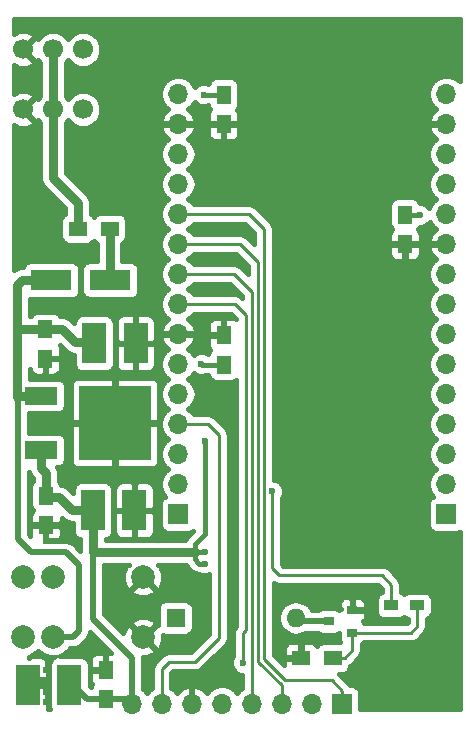
<source format=gtl>
G04 #@! TF.FileFunction,Copper,L1,Top,Signal*
%FSLAX46Y46*%
G04 Gerber Fmt 4.6, Leading zero omitted, Abs format (unit mm)*
G04 Created by KiCad (PCBNEW 4.0.6) date 01/20/18 13:59:34*
%MOMM*%
%LPD*%
G01*
G04 APERTURE LIST*
%ADD10C,0.100000*%
%ADD11R,2.000000X3.500000*%
%ADD12R,1.250000X1.500000*%
%ADD13R,1.600000X1.600000*%
%ADD14O,1.600000X1.600000*%
%ADD15R,1.500000X1.300000*%
%ADD16C,1.700000*%
%ADD17R,0.900000X0.800000*%
%ADD18R,1.200000X0.900000*%
%ADD19C,2.000000*%
%ADD20R,2.800000X1.500000*%
%ADD21R,6.100000X6.300000*%
%ADD22R,1.700000X1.700000*%
%ADD23O,1.700000X1.700000*%
%ADD24R,3.500000X1.800000*%
%ADD25C,0.600000*%
%ADD26C,0.254000*%
%ADD27C,0.508000*%
%ADD28C,0.762000*%
%ADD29C,0.381000*%
G04 APERTURE END LIST*
D10*
D11*
X7600000Y-28200000D03*
X11100000Y-28200000D03*
D12*
X3450000Y-27000000D03*
X3450000Y-29500000D03*
D11*
X5500000Y-57150000D03*
X2000000Y-57150000D03*
D12*
X3500000Y-41100000D03*
X3500000Y-43600000D03*
X8550000Y-58350000D03*
X8550000Y-55850000D03*
D11*
X7500000Y-42350000D03*
X11000000Y-42350000D03*
D12*
X33900000Y-17300000D03*
X33900000Y-19800000D03*
X18550000Y-30000000D03*
X18550000Y-27500000D03*
X18550000Y-7150000D03*
X18550000Y-9650000D03*
D13*
X14490000Y-51450000D03*
D14*
X24650000Y-51450000D03*
D15*
X8900000Y-18500000D03*
X6200000Y-18500000D03*
D16*
X6650000Y-8400000D03*
X4110000Y-8400000D03*
X1570000Y-8400000D03*
X4110000Y-3320000D03*
X6650000Y-3320000D03*
X1570000Y-3320000D03*
D17*
X29450000Y-52700000D03*
X29450000Y-50800000D03*
X27450000Y-51750000D03*
D15*
X27800000Y-54850000D03*
X25100000Y-54850000D03*
D18*
X34950000Y-50400000D03*
X32750000Y-50400000D03*
D19*
X1570000Y-53090000D03*
X1570000Y-48010000D03*
X4110000Y-53090000D03*
X4110000Y-48010000D03*
X11730000Y-53090000D03*
X11730000Y-48010000D03*
D20*
X3100000Y-32664000D03*
D21*
X9350000Y-34950000D03*
D20*
X3100000Y-37236000D03*
D22*
X28541100Y-58703600D03*
D23*
X26001100Y-58703600D03*
X23461100Y-58703600D03*
X20921100Y-58703600D03*
X18381100Y-58703600D03*
X15841100Y-58703600D03*
X13301100Y-58703600D03*
X10761100Y-58703600D03*
X14700000Y-7110000D03*
X14700000Y-9650000D03*
X14700000Y-12190000D03*
X14700000Y-14730000D03*
X14700000Y-17270000D03*
X14700000Y-19810000D03*
X14700000Y-22350000D03*
X14700000Y-24890000D03*
X14700000Y-27430000D03*
X14700000Y-29970000D03*
X14700000Y-32510000D03*
X14700000Y-35050000D03*
X14700000Y-37590000D03*
X14700000Y-40130000D03*
D22*
X14700000Y-42670000D03*
X37400000Y-42670000D03*
D23*
X37400000Y-40130000D03*
X37400000Y-37590000D03*
X37400000Y-35050000D03*
X37400000Y-32510000D03*
X37400000Y-29970000D03*
X37400000Y-27430000D03*
X37400000Y-24890000D03*
X37400000Y-22350000D03*
X37400000Y-19810000D03*
X37400000Y-17270000D03*
X37400000Y-14730000D03*
X37400000Y-12190000D03*
X37400000Y-9650000D03*
X37400000Y-7110000D03*
D24*
X3950000Y-22850000D03*
X8950000Y-22850000D03*
D25*
X37800000Y-52200000D03*
X36200000Y-51900000D03*
X37950000Y-50300000D03*
X36800000Y-48300000D03*
X34500000Y-46850000D03*
X26750000Y-45050000D03*
X29600000Y-44750000D03*
X31550000Y-42850000D03*
X28000000Y-43100000D03*
X25100000Y-42850000D03*
X25150000Y-40850000D03*
X28050000Y-40950000D03*
X31900000Y-40850000D03*
X31900000Y-38350000D03*
X27950000Y-38350000D03*
X25400000Y-38250000D03*
X25300000Y-35700000D03*
X28000000Y-35600000D03*
X31800000Y-35700000D03*
X31800000Y-33300000D03*
X28200000Y-33300000D03*
X25550000Y-33200000D03*
X25400000Y-30350000D03*
X28050000Y-30400000D03*
X31400000Y-30400000D03*
X31300000Y-26950000D03*
X28000000Y-26800000D03*
X25550000Y-26800000D03*
X27900000Y-24600000D03*
X25550000Y-24500000D03*
X25600000Y-22950000D03*
X28550000Y-22700000D03*
X31550000Y-24250000D03*
X29750000Y-20500000D03*
X27850000Y-20500000D03*
X26050000Y-20650000D03*
X26150000Y-18500000D03*
X28650000Y-18150000D03*
X31550000Y-18000000D03*
X30500000Y-16100000D03*
X28100000Y-16250000D03*
X25950000Y-16150000D03*
X32550000Y-13500000D03*
X27900000Y-13800000D03*
X25850000Y-13850000D03*
X34850000Y-11850000D03*
X32450000Y-12000000D03*
X29250000Y-11900000D03*
X25950000Y-11750000D03*
X22850000Y-11700000D03*
X22950000Y-9650000D03*
X26150000Y-9500000D03*
X29900000Y-9350000D03*
X32950000Y-9350000D03*
X33050000Y-6800000D03*
X30550000Y-6850000D03*
X27250000Y-6750000D03*
X23700000Y-6750000D03*
X20400000Y-9900000D03*
X20650000Y-6750000D03*
X35150000Y-4550000D03*
X32000000Y-4600000D03*
X29050000Y-4600000D03*
X25600000Y-4600000D03*
X22000000Y-4600000D03*
X18300000Y-4600000D03*
X14950000Y-4500000D03*
X37650000Y-45300000D03*
X35000000Y-44350000D03*
X33250000Y-45400000D03*
X34950000Y-40600000D03*
X35050000Y-37500000D03*
X34950000Y-34700000D03*
X34950000Y-31200000D03*
X34950000Y-28600000D03*
X35000000Y-26300000D03*
X35050000Y-24050000D03*
X31550000Y-22400000D03*
X31550000Y-19750000D03*
X31550000Y-14800000D03*
X34600000Y-14500000D03*
X35000000Y-9550000D03*
X35000000Y-6350000D03*
X38000000Y-4300000D03*
X37950000Y-2500000D03*
X35150000Y-2500000D03*
X32000000Y-2500000D03*
X29100000Y-2500000D03*
X25650000Y-2500000D03*
X22050000Y-2500000D03*
X18400000Y-2450000D03*
X14950000Y-2450000D03*
X6800000Y-20450000D03*
X4700000Y-20400000D03*
X2700000Y-20450000D03*
X2800000Y-18400000D03*
X4400000Y-16750000D03*
X2900000Y-15750000D03*
X1600000Y-12850000D03*
X1700000Y-10500000D03*
X5350000Y-11850000D03*
X8650000Y-11700000D03*
X11700000Y-6700000D03*
X11800000Y-2450000D03*
X25100000Y-53300000D03*
X23200000Y-53450000D03*
X23200000Y-54700000D03*
X16700000Y-18300000D03*
X18900000Y-18350000D03*
X18950000Y-21100000D03*
X16750000Y-20950000D03*
X16750000Y-23750000D03*
X18500000Y-23750000D03*
X18550000Y-25850000D03*
X16750000Y-26050000D03*
X16700000Y-27500000D03*
X19000000Y-56500000D03*
X18500000Y-55050000D03*
X17150000Y-56650000D03*
X15300000Y-56650000D03*
X16350000Y-53300000D03*
X14500000Y-53700000D03*
X26200000Y-49650000D03*
X28000000Y-49650000D03*
X30850000Y-51000000D03*
X30850000Y-49850000D03*
X25150000Y-48850000D03*
X19300000Y-48350000D03*
X15900000Y-48400000D03*
X14400000Y-47650000D03*
X9300000Y-48600000D03*
X9000000Y-47350000D03*
X10500000Y-39400000D03*
X5500000Y-39400000D03*
X9350000Y-39400000D03*
X2950000Y-35000000D03*
X12750000Y-30900000D03*
X9450000Y-30900000D03*
X5400000Y-30850000D03*
X5150000Y-29500000D03*
X11950000Y-9400000D03*
X11900000Y-14400000D03*
X9300000Y-15700000D03*
X11850000Y-17450000D03*
X12300000Y-21400000D03*
X12200000Y-24750000D03*
X2850000Y-25050000D03*
X4500000Y-25250000D03*
X6400000Y-25250000D03*
X7950000Y-25250000D03*
X9800000Y-25200000D03*
X3500000Y-44950000D03*
X5150000Y-43850000D03*
X6200000Y-45300000D03*
X5050000Y-44600000D03*
X3550000Y-58600000D03*
X3550000Y-56750000D03*
X3550000Y-57750000D03*
X3550000Y-55850000D03*
X6950000Y-53750000D03*
X8150000Y-53650000D03*
X35150000Y-17350000D03*
X16950000Y-36450000D03*
X16950000Y-46850000D03*
X16950000Y-45850000D03*
X16650000Y-29950000D03*
X16850000Y-7150000D03*
X20150000Y-55250000D03*
X22650000Y-40750000D03*
D26*
X36200000Y-51900000D02*
X37500000Y-51900000D01*
X37500000Y-51900000D02*
X37800000Y-52200000D01*
X36800000Y-48300000D02*
X36800000Y-49150000D01*
X36800000Y-49150000D02*
X37950000Y-50300000D01*
X37650000Y-45300000D02*
X36050000Y-45300000D01*
X36050000Y-45300000D02*
X34500000Y-46850000D01*
X29600000Y-44750000D02*
X27050000Y-44750000D01*
X27050000Y-44750000D02*
X26750000Y-45050000D01*
X28000000Y-43100000D02*
X31300000Y-43100000D01*
X31300000Y-43100000D02*
X31550000Y-42850000D01*
X25150000Y-40850000D02*
X25150000Y-42800000D01*
X25150000Y-42800000D02*
X25100000Y-42850000D01*
X31900000Y-40850000D02*
X28150000Y-40850000D01*
X28150000Y-40850000D02*
X28050000Y-40950000D01*
X27950000Y-38350000D02*
X31900000Y-38350000D01*
X25300000Y-35700000D02*
X25300000Y-38150000D01*
X25300000Y-38150000D02*
X25400000Y-38250000D01*
X28100000Y-35700000D02*
X28000000Y-35600000D01*
X31800000Y-35700000D02*
X28100000Y-35700000D01*
X28200000Y-33300000D02*
X31800000Y-33300000D01*
X25400000Y-30350000D02*
X25400000Y-33050000D01*
X25400000Y-33050000D02*
X25550000Y-33200000D01*
X31400000Y-30400000D02*
X28050000Y-30400000D01*
X28000000Y-26800000D02*
X31150000Y-26800000D01*
X31150000Y-26800000D02*
X31300000Y-26950000D01*
X25550000Y-24500000D02*
X25550000Y-26800000D01*
X25600000Y-22950000D02*
X25600000Y-24450000D01*
X25600000Y-24450000D02*
X25550000Y-24500000D01*
X31550000Y-24250000D02*
X30000000Y-22700000D01*
X30000000Y-22700000D02*
X28550000Y-22700000D01*
X27850000Y-20500000D02*
X29750000Y-20500000D01*
X26150000Y-18500000D02*
X26150000Y-20550000D01*
X26150000Y-20550000D02*
X26050000Y-20650000D01*
X31550000Y-18000000D02*
X28800000Y-18000000D01*
X28800000Y-18000000D02*
X28650000Y-18150000D01*
X31550000Y-14800000D02*
X31550000Y-18000000D01*
X31550000Y-18000000D02*
X31550000Y-19350000D01*
X30500000Y-16100000D02*
X30500000Y-16950000D01*
X30500000Y-16950000D02*
X31550000Y-18000000D01*
X25950000Y-16150000D02*
X28000000Y-16150000D01*
X28000000Y-16150000D02*
X28100000Y-16250000D01*
X27900000Y-13800000D02*
X28200000Y-13500000D01*
X28200000Y-13500000D02*
X32550000Y-13500000D01*
X25950000Y-11750000D02*
X25950000Y-13750000D01*
X25950000Y-13750000D02*
X25850000Y-13850000D01*
X29250000Y-11900000D02*
X32350000Y-11900000D01*
X32350000Y-11900000D02*
X32450000Y-12000000D01*
X22850000Y-11700000D02*
X25900000Y-11700000D01*
X25900000Y-11700000D02*
X25950000Y-11750000D01*
X26150000Y-9500000D02*
X23100000Y-9500000D01*
X23100000Y-9500000D02*
X22950000Y-9650000D01*
X32950000Y-9350000D02*
X29900000Y-9350000D01*
X30550000Y-6850000D02*
X33000000Y-6850000D01*
X33000000Y-6850000D02*
X33050000Y-6800000D01*
X23700000Y-6750000D02*
X27250000Y-6750000D01*
X20650000Y-6750000D02*
X20650000Y-9650000D01*
X20650000Y-9650000D02*
X20400000Y-9900000D01*
X32000000Y-4600000D02*
X35100000Y-4600000D01*
X35100000Y-4600000D02*
X35150000Y-4550000D01*
X25600000Y-4600000D02*
X29050000Y-4600000D01*
X18300000Y-4600000D02*
X22000000Y-4600000D01*
X14950000Y-2450000D02*
X14950000Y-4500000D01*
X37650000Y-45300000D02*
X35900000Y-47050000D01*
X33250000Y-45400000D02*
X33950000Y-45400000D01*
X33950000Y-45400000D02*
X35000000Y-44350000D01*
X35050000Y-37500000D02*
X35050000Y-40500000D01*
X35050000Y-40500000D02*
X34950000Y-40600000D01*
X34950000Y-31200000D02*
X34950000Y-34700000D01*
X35000000Y-26300000D02*
X35000000Y-28550000D01*
X35000000Y-28550000D02*
X34950000Y-28600000D01*
X31550000Y-22400000D02*
X33400000Y-22400000D01*
X33400000Y-22400000D02*
X35050000Y-24050000D01*
X31550000Y-19350000D02*
X31550000Y-19750000D01*
X35000000Y-9550000D02*
X35000000Y-14100000D01*
X35000000Y-14100000D02*
X34600000Y-14500000D01*
X35650000Y-4300000D02*
X35000000Y-4950000D01*
X35000000Y-4950000D02*
X35000000Y-6350000D01*
X38000000Y-4300000D02*
X35650000Y-4300000D01*
X35150000Y-2500000D02*
X37950000Y-2500000D01*
X29100000Y-2500000D02*
X32000000Y-2500000D01*
X22050000Y-2500000D02*
X25650000Y-2500000D01*
X14950000Y-2450000D02*
X18400000Y-2450000D01*
X2700000Y-20450000D02*
X4650000Y-20450000D01*
X4650000Y-20450000D02*
X4700000Y-20400000D01*
X4400000Y-16750000D02*
X4400000Y-16800000D01*
X4400000Y-16800000D02*
X2800000Y-18400000D01*
X1600000Y-12850000D02*
X1600000Y-14450000D01*
X1600000Y-14450000D02*
X2900000Y-15750000D01*
X1700000Y-10500000D02*
X1700000Y-12750000D01*
X1700000Y-12750000D02*
X1600000Y-12850000D01*
X8650000Y-11700000D02*
X5500000Y-11700000D01*
X5500000Y-11700000D02*
X5350000Y-11850000D01*
X11700000Y-6700000D02*
X8650000Y-9750000D01*
X8650000Y-9750000D02*
X8650000Y-11700000D01*
D27*
X6300000Y-52550000D02*
X5760000Y-53090000D01*
X5760000Y-53090000D02*
X4110000Y-53090000D01*
X6300000Y-47000000D02*
X6300000Y-52550000D01*
X5200000Y-45900000D02*
X6300000Y-47000000D01*
X2250000Y-45900000D02*
X5200000Y-45900000D01*
X1136000Y-44786000D02*
X2250000Y-45900000D01*
X1136000Y-32664000D02*
X1136000Y-44786000D01*
D28*
X1050000Y-31400000D02*
X1050000Y-32750000D01*
X3100000Y-32664000D02*
X1136000Y-32664000D01*
X1136000Y-32664000D02*
X1050000Y-32750000D01*
X1050000Y-27050000D02*
X1050000Y-23238000D01*
X1050000Y-23238000D02*
X1438000Y-22850000D01*
X1438000Y-22850000D02*
X3950000Y-22850000D01*
X1050000Y-31400000D02*
X1050000Y-27050000D01*
X3450000Y-27000000D02*
X1100000Y-27000000D01*
X1100000Y-27000000D02*
X1050000Y-27050000D01*
X3100000Y-32664000D02*
X2314000Y-32664000D01*
X5937000Y-28100000D02*
X7500000Y-28100000D01*
X7500000Y-28100000D02*
X7600000Y-28200000D01*
X3450000Y-27000000D02*
X4837000Y-27000000D01*
X4837000Y-27000000D02*
X5937000Y-28100000D01*
D26*
X23200000Y-54700000D02*
X23200000Y-53450000D01*
X25100000Y-54850000D02*
X23350000Y-54850000D01*
X23350000Y-54850000D02*
X23200000Y-54700000D01*
X18900000Y-18350000D02*
X16750000Y-18350000D01*
X16750000Y-18350000D02*
X16700000Y-18300000D01*
X16750000Y-20950000D02*
X18800000Y-20950000D01*
X18800000Y-20950000D02*
X18950000Y-21100000D01*
X18500000Y-23750000D02*
X16750000Y-23750000D01*
X16750000Y-26050000D02*
X18350000Y-26050000D01*
X18350000Y-26050000D02*
X18550000Y-25850000D01*
X18550000Y-27500000D02*
X16700000Y-27500000D01*
X18500000Y-55050000D02*
X18500000Y-56000000D01*
X18500000Y-56000000D02*
X19000000Y-56500000D01*
X15300000Y-56650000D02*
X17150000Y-56650000D01*
X14500000Y-53700000D02*
X15950000Y-53700000D01*
X15950000Y-53700000D02*
X16350000Y-53300000D01*
X28700000Y-49350000D02*
X28300000Y-49350000D01*
X28300000Y-49350000D02*
X28000000Y-49650000D01*
X29450000Y-50100000D02*
X28700000Y-49350000D01*
X29450000Y-50800000D02*
X29450000Y-50100000D01*
X30400000Y-48850000D02*
X30400000Y-49400000D01*
X30400000Y-49400000D02*
X30850000Y-49850000D01*
X25150000Y-48850000D02*
X30400000Y-48850000D01*
X14400000Y-47650000D02*
X15150000Y-47650000D01*
X15150000Y-47650000D02*
X15900000Y-48400000D01*
X9000000Y-47350000D02*
X9000000Y-48300000D01*
X9000000Y-48300000D02*
X9300000Y-48600000D01*
X9350000Y-39400000D02*
X10500000Y-39400000D01*
X9350000Y-34950000D02*
X9350000Y-39400000D01*
X9350000Y-34950000D02*
X3000000Y-34950000D01*
X3000000Y-34950000D02*
X2950000Y-35000000D01*
X5400000Y-30850000D02*
X9400000Y-30850000D01*
X9400000Y-30850000D02*
X9450000Y-30900000D01*
X3450000Y-29500000D02*
X5150000Y-29500000D01*
X11900000Y-14400000D02*
X11900000Y-9450000D01*
X11900000Y-9450000D02*
X11950000Y-9400000D01*
X11850000Y-17450000D02*
X11050000Y-17450000D01*
X11050000Y-17450000D02*
X9300000Y-15700000D01*
X12200000Y-24750000D02*
X12200000Y-21500000D01*
X12200000Y-21500000D02*
X12300000Y-21400000D01*
X4500000Y-25250000D02*
X3050000Y-25250000D01*
X3050000Y-25250000D02*
X2850000Y-25050000D01*
X7950000Y-25250000D02*
X6400000Y-25250000D01*
X11050000Y-25750000D02*
X10500000Y-25200000D01*
X10500000Y-25200000D02*
X9800000Y-25200000D01*
X11050000Y-26146000D02*
X11050000Y-25750000D01*
X11100000Y-28200000D02*
X11100000Y-26196000D01*
X11100000Y-26196000D02*
X11050000Y-26146000D01*
D27*
X3550000Y-56750000D02*
X2400000Y-56750000D01*
X2400000Y-56750000D02*
X2000000Y-57150000D01*
X3500000Y-44950000D02*
X4700000Y-44950000D01*
X4700000Y-44950000D02*
X5050000Y-44600000D01*
X3500000Y-43600000D02*
X3500000Y-44950000D01*
D26*
X5050000Y-44600000D02*
X5500000Y-44600000D01*
X5500000Y-44600000D02*
X6200000Y-45300000D01*
X3900000Y-54650000D02*
X3550000Y-55000000D01*
X3550000Y-57750000D02*
X3550000Y-58600000D01*
X3550000Y-57750000D02*
X3550000Y-56750000D01*
X3550000Y-55000000D02*
X3550000Y-55850000D01*
X5500000Y-54650000D02*
X3900000Y-54650000D01*
X6400000Y-53750000D02*
X5500000Y-54650000D01*
X6525736Y-53750000D02*
X6400000Y-53750000D01*
D27*
X6950000Y-53750000D02*
X6525736Y-53750000D01*
X8550000Y-55850000D02*
X8550000Y-54050000D01*
X8550000Y-54050000D02*
X8150000Y-53650000D01*
X10761100Y-58703600D02*
X10761100Y-54811100D01*
X10761100Y-54811100D02*
X7500000Y-51550000D01*
X7500000Y-51550000D02*
X7500000Y-45900000D01*
D29*
X33900000Y-17300000D02*
X35100000Y-17300000D01*
X35100000Y-17300000D02*
X35150000Y-17350000D01*
X16950000Y-40750000D02*
X16950000Y-36450000D01*
X16950000Y-44350000D02*
X16950000Y-40750000D01*
X16450000Y-44850000D02*
X16950000Y-44350000D01*
X16100000Y-46500000D02*
X16450000Y-46850000D01*
X16450000Y-46850000D02*
X16950000Y-46850000D01*
X16100000Y-45900000D02*
X16100000Y-46500000D01*
X16100000Y-45200000D02*
X16450000Y-44850000D01*
X16100000Y-45900000D02*
X16100000Y-45200000D01*
X16100000Y-45900000D02*
X16900000Y-45900000D01*
X16900000Y-45900000D02*
X16950000Y-45850000D01*
D28*
X7500000Y-45900000D02*
X16100000Y-45900000D01*
X7500000Y-44862000D02*
X7500000Y-45900000D01*
X7500000Y-42350000D02*
X7500000Y-44862000D01*
D29*
X18550000Y-30000000D02*
X16700000Y-30000000D01*
X16700000Y-30000000D02*
X16650000Y-29950000D01*
X18550000Y-7150000D02*
X16850000Y-7150000D01*
D27*
X8550000Y-58350000D02*
X10407500Y-58350000D01*
X10407500Y-58350000D02*
X10761100Y-58703600D01*
X5800000Y-57150000D02*
X7000000Y-58350000D01*
X7000000Y-58350000D02*
X8550000Y-58350000D01*
X5500000Y-57150000D02*
X5800000Y-57150000D01*
D28*
X4588000Y-41200000D02*
X3600000Y-41200000D01*
X3600000Y-41200000D02*
X3500000Y-41100000D01*
X7500000Y-42350000D02*
X5738000Y-42350000D01*
X5738000Y-42350000D02*
X4588000Y-41200000D01*
X3500000Y-39148000D02*
X3500000Y-41100000D01*
X3100000Y-37236000D02*
X3100000Y-38748000D01*
X3100000Y-38748000D02*
X3500000Y-39148000D01*
X8900000Y-18500000D02*
X8900000Y-22800000D01*
X8900000Y-22800000D02*
X8950000Y-22850000D01*
D27*
X27450000Y-51750000D02*
X24950000Y-51750000D01*
X24950000Y-51750000D02*
X24650000Y-51450000D01*
D28*
X4110000Y-14210000D02*
X6200000Y-16300000D01*
X6200000Y-16300000D02*
X6200000Y-18500000D01*
X4110000Y-8400000D02*
X4110000Y-14210000D01*
X4110000Y-3320000D02*
X4110000Y-8400000D01*
D26*
X29450000Y-54204000D02*
X29450000Y-52700000D01*
X27800000Y-54850000D02*
X28804000Y-54850000D01*
X28804000Y-54850000D02*
X29450000Y-54204000D01*
X29450000Y-52700000D02*
X34400000Y-52700000D01*
X34950000Y-52150000D02*
X34950000Y-51104000D01*
X34400000Y-52700000D02*
X34950000Y-52150000D01*
X34950000Y-51104000D02*
X34950000Y-50400000D01*
X21958010Y-18558010D02*
X20670000Y-17270000D01*
X20670000Y-17270000D02*
X14700000Y-17270000D01*
X21958010Y-54939576D02*
X21958010Y-18558010D01*
X23768434Y-56750000D02*
X21958010Y-54939576D01*
X27691500Y-56750000D02*
X23768434Y-56750000D01*
X28541100Y-58703600D02*
X28541100Y-57599600D01*
X28541100Y-57599600D02*
X27691500Y-56750000D01*
X20413090Y-25813090D02*
X19490000Y-24890000D01*
X19490000Y-24890000D02*
X14700000Y-24890000D01*
X20413090Y-52450000D02*
X20413090Y-25813090D01*
X20150000Y-52713090D02*
X20413090Y-52450000D01*
X20150000Y-55250000D02*
X20150000Y-52713090D01*
X17556592Y-19810000D02*
X19950000Y-19810000D01*
X23461100Y-58703600D02*
X23461100Y-57161100D01*
X23461100Y-57161100D02*
X21450000Y-55150000D01*
X21450000Y-55150000D02*
X21450000Y-21310000D01*
X21450000Y-21310000D02*
X19950000Y-19810000D01*
X17556592Y-19810000D02*
X15902081Y-19810000D01*
X15902081Y-19810000D02*
X14700000Y-19810000D01*
X20921100Y-23821100D02*
X19450000Y-22350000D01*
X19450000Y-22350000D02*
X14700000Y-22350000D01*
X20921100Y-58703600D02*
X20921100Y-23821100D01*
X13301100Y-58703600D02*
X13301100Y-55798900D01*
X13301100Y-55798900D02*
X13950000Y-55150000D01*
X18150000Y-53150000D02*
X18150000Y-35950000D01*
X13950000Y-55150000D02*
X16150000Y-55150000D01*
X16150000Y-55150000D02*
X18150000Y-53150000D01*
X18150000Y-35950000D02*
X17250000Y-35050000D01*
X17250000Y-35050000D02*
X14700000Y-35050000D01*
X22650000Y-40750000D02*
X22650000Y-47250000D01*
X32750000Y-48650000D02*
X32750000Y-50400000D01*
X22650000Y-47250000D02*
X23250000Y-47850000D01*
X23250000Y-47850000D02*
X31950000Y-47850000D01*
X31950000Y-47850000D02*
X32750000Y-48650000D01*
D29*
G36*
X3146621Y-54529079D02*
X3770665Y-54788205D01*
X4160305Y-54788545D01*
X4003415Y-54889501D01*
X3843926Y-55122921D01*
X3787816Y-55400000D01*
X3787816Y-58900000D01*
X3830435Y-59126500D01*
X3662232Y-59126500D01*
X3698500Y-59038940D01*
X3698500Y-57388125D01*
X3523875Y-57213500D01*
X2063500Y-57213500D01*
X2063500Y-57233500D01*
X1936500Y-57233500D01*
X1936500Y-57213500D01*
X1916500Y-57213500D01*
X1916500Y-57086500D01*
X1936500Y-57086500D01*
X1936500Y-57066500D01*
X2063500Y-57066500D01*
X2063500Y-57086500D01*
X3523875Y-57086500D01*
X3698500Y-56911875D01*
X3698500Y-55261060D01*
X3592160Y-55004332D01*
X3395669Y-54807840D01*
X3138941Y-54701500D01*
X2238125Y-54701500D01*
X2063502Y-54876123D01*
X2063502Y-54723869D01*
X2530866Y-54530758D01*
X2840120Y-54222043D01*
X3146621Y-54529079D01*
X3146621Y-54529079D01*
G37*
X3146621Y-54529079D02*
X3770665Y-54788205D01*
X4160305Y-54788545D01*
X4003415Y-54889501D01*
X3843926Y-55122921D01*
X3787816Y-55400000D01*
X3787816Y-58900000D01*
X3830435Y-59126500D01*
X3662232Y-59126500D01*
X3698500Y-59038940D01*
X3698500Y-57388125D01*
X3523875Y-57213500D01*
X2063500Y-57213500D01*
X2063500Y-57233500D01*
X1936500Y-57233500D01*
X1936500Y-57213500D01*
X1916500Y-57213500D01*
X1916500Y-57086500D01*
X1936500Y-57086500D01*
X1936500Y-57066500D01*
X2063500Y-57066500D01*
X2063500Y-57086500D01*
X3523875Y-57086500D01*
X3698500Y-56911875D01*
X3698500Y-55261060D01*
X3592160Y-55004332D01*
X3395669Y-54807840D01*
X3138941Y-54701500D01*
X2238125Y-54701500D01*
X2063502Y-54876123D01*
X2063502Y-54723869D01*
X2530866Y-54530758D01*
X2840120Y-54222043D01*
X3146621Y-54529079D01*
G36*
X38526500Y-6016853D02*
X38525292Y-6015045D01*
X38022922Y-5679373D01*
X37430337Y-5561500D01*
X37369663Y-5561500D01*
X36777078Y-5679373D01*
X36274708Y-6015045D01*
X35939036Y-6517415D01*
X35821163Y-7110000D01*
X35939036Y-7702585D01*
X36274708Y-8204955D01*
X36527553Y-8373900D01*
X36110962Y-8791950D01*
X35881785Y-9345247D01*
X36027593Y-9586500D01*
X37336500Y-9586500D01*
X37336500Y-9566500D01*
X37463500Y-9566500D01*
X37463500Y-9586500D01*
X37483500Y-9586500D01*
X37483500Y-9713500D01*
X37463500Y-9713500D01*
X37463500Y-9733500D01*
X37336500Y-9733500D01*
X37336500Y-9713500D01*
X36027593Y-9713500D01*
X35881785Y-9954753D01*
X36110962Y-10508050D01*
X36527553Y-10926100D01*
X36274708Y-11095045D01*
X35939036Y-11597415D01*
X35821163Y-12190000D01*
X35939036Y-12782585D01*
X36274708Y-13284955D01*
X36536682Y-13460000D01*
X36274708Y-13635045D01*
X35939036Y-14137415D01*
X35821163Y-14730000D01*
X35939036Y-15322585D01*
X36274708Y-15824955D01*
X36536682Y-16000000D01*
X36274708Y-16175045D01*
X35939036Y-16677415D01*
X35930797Y-16718835D01*
X35716343Y-16504006D01*
X35349485Y-16351673D01*
X35199842Y-16351543D01*
X35188478Y-16291151D01*
X35035499Y-16053415D01*
X34802079Y-15893926D01*
X34525000Y-15837816D01*
X33275000Y-15837816D01*
X33016151Y-15886522D01*
X32778415Y-16039501D01*
X32618926Y-16272921D01*
X32562816Y-16550000D01*
X32562816Y-18050000D01*
X32611522Y-18308849D01*
X32764501Y-18546585D01*
X32779998Y-18557174D01*
X32682840Y-18654332D01*
X32576500Y-18911060D01*
X32576500Y-19561875D01*
X32751125Y-19736500D01*
X33836500Y-19736500D01*
X33836500Y-19716500D01*
X33963500Y-19716500D01*
X33963500Y-19736500D01*
X35048875Y-19736500D01*
X35223500Y-19561875D01*
X35223500Y-18911060D01*
X35117160Y-18654332D01*
X35022292Y-18559464D01*
X35166427Y-18348515D01*
X35347743Y-18348673D01*
X35714866Y-18196981D01*
X35983374Y-17928941D01*
X36274708Y-18364955D01*
X36527553Y-18533900D01*
X36110962Y-18951950D01*
X35881785Y-19505247D01*
X36027593Y-19746500D01*
X37336500Y-19746500D01*
X37336500Y-19726500D01*
X37463500Y-19726500D01*
X37463500Y-19746500D01*
X37483500Y-19746500D01*
X37483500Y-19873500D01*
X37463500Y-19873500D01*
X37463500Y-19893500D01*
X37336500Y-19893500D01*
X37336500Y-19873500D01*
X36027593Y-19873500D01*
X35881785Y-20114753D01*
X36110962Y-20668050D01*
X36527553Y-21086100D01*
X36274708Y-21255045D01*
X35939036Y-21757415D01*
X35821163Y-22350000D01*
X35939036Y-22942585D01*
X36274708Y-23444955D01*
X36536682Y-23620000D01*
X36274708Y-23795045D01*
X35939036Y-24297415D01*
X35821163Y-24890000D01*
X35939036Y-25482585D01*
X36274708Y-25984955D01*
X36536682Y-26160000D01*
X36274708Y-26335045D01*
X35939036Y-26837415D01*
X35821163Y-27430000D01*
X35939036Y-28022585D01*
X36274708Y-28524955D01*
X36536682Y-28700000D01*
X36274708Y-28875045D01*
X35939036Y-29377415D01*
X35821163Y-29970000D01*
X35939036Y-30562585D01*
X36274708Y-31064955D01*
X36536682Y-31240000D01*
X36274708Y-31415045D01*
X35939036Y-31917415D01*
X35821163Y-32510000D01*
X35939036Y-33102585D01*
X36274708Y-33604955D01*
X36536682Y-33780000D01*
X36274708Y-33955045D01*
X35939036Y-34457415D01*
X35821163Y-35050000D01*
X35939036Y-35642585D01*
X36274708Y-36144955D01*
X36536682Y-36320000D01*
X36274708Y-36495045D01*
X35939036Y-36997415D01*
X35821163Y-37590000D01*
X35939036Y-38182585D01*
X36274708Y-38684955D01*
X36536682Y-38860000D01*
X36274708Y-39035045D01*
X35939036Y-39537415D01*
X35821163Y-40130000D01*
X35939036Y-40722585D01*
X36247675Y-41184498D01*
X36053415Y-41309501D01*
X35893926Y-41542921D01*
X35837816Y-41820000D01*
X35837816Y-43520000D01*
X35886522Y-43778849D01*
X36039501Y-44016585D01*
X36272921Y-44176074D01*
X36550000Y-44232184D01*
X38250000Y-44232184D01*
X38508849Y-44183478D01*
X38526500Y-44172120D01*
X38526500Y-59126500D01*
X30103284Y-59126500D01*
X30103284Y-57853600D01*
X30054578Y-57594751D01*
X29901599Y-57357015D01*
X29668179Y-57197526D01*
X29391100Y-57141416D01*
X29208696Y-57141416D01*
X29124817Y-57015883D01*
X28321118Y-56212184D01*
X28550000Y-56212184D01*
X28808849Y-56163478D01*
X29046585Y-56010499D01*
X29206074Y-55777079D01*
X29258063Y-55520349D01*
X29387717Y-55433717D01*
X30033717Y-54787717D01*
X30212663Y-54519906D01*
X30275501Y-54204000D01*
X30275500Y-54203995D01*
X30275500Y-53688415D01*
X30396585Y-53610499D01*
X30454662Y-53525500D01*
X34400000Y-53525500D01*
X34715906Y-53462663D01*
X34983717Y-53283717D01*
X35533714Y-52733719D01*
X35533717Y-52733717D01*
X35712663Y-52465905D01*
X35775500Y-52150000D01*
X35775500Y-51519753D01*
X35808849Y-51513478D01*
X36046585Y-51360499D01*
X36206074Y-51127079D01*
X36262184Y-50850000D01*
X36262184Y-49950000D01*
X36213478Y-49691151D01*
X36060499Y-49453415D01*
X35827079Y-49293926D01*
X35550000Y-49237816D01*
X34350000Y-49237816D01*
X34091151Y-49286522D01*
X33853415Y-49439501D01*
X33849188Y-49445687D01*
X33627079Y-49293926D01*
X33575500Y-49283481D01*
X33575500Y-48650005D01*
X33575501Y-48650000D01*
X33512663Y-48334094D01*
X33333717Y-48066283D01*
X32533717Y-47266283D01*
X32265906Y-47087337D01*
X31950000Y-47024500D01*
X23591934Y-47024500D01*
X23475500Y-46908066D01*
X23475500Y-41336801D01*
X23495994Y-41316343D01*
X23648327Y-40949485D01*
X23648673Y-40552257D01*
X23496981Y-40185134D01*
X23216343Y-39904006D01*
X22849485Y-39751673D01*
X22783510Y-39751616D01*
X22783510Y-20038125D01*
X32576500Y-20038125D01*
X32576500Y-20688940D01*
X32682840Y-20945668D01*
X32879331Y-21142160D01*
X33136059Y-21248500D01*
X33661875Y-21248500D01*
X33836500Y-21073875D01*
X33836500Y-19863500D01*
X33963500Y-19863500D01*
X33963500Y-21073875D01*
X34138125Y-21248500D01*
X34663941Y-21248500D01*
X34920669Y-21142160D01*
X35117160Y-20945668D01*
X35223500Y-20688940D01*
X35223500Y-20038125D01*
X35048875Y-19863500D01*
X33963500Y-19863500D01*
X33836500Y-19863500D01*
X32751125Y-19863500D01*
X32576500Y-20038125D01*
X22783510Y-20038125D01*
X22783510Y-18558010D01*
X22720673Y-18242105D01*
X22720673Y-18242104D01*
X22616964Y-18086893D01*
X22541727Y-17974293D01*
X22541724Y-17974291D01*
X21253717Y-16686283D01*
X20985906Y-16507337D01*
X20670000Y-16444500D01*
X16005336Y-16444500D01*
X15825292Y-16175045D01*
X15563318Y-16000000D01*
X15825292Y-15824955D01*
X16160964Y-15322585D01*
X16278837Y-14730000D01*
X16160964Y-14137415D01*
X15825292Y-13635045D01*
X15563318Y-13460000D01*
X15825292Y-13284955D01*
X16160964Y-12782585D01*
X16278837Y-12190000D01*
X16160964Y-11597415D01*
X15825292Y-11095045D01*
X15572447Y-10926100D01*
X15989038Y-10508050D01*
X16218215Y-9954753D01*
X16177947Y-9888125D01*
X17226500Y-9888125D01*
X17226500Y-10538940D01*
X17332840Y-10795668D01*
X17529331Y-10992160D01*
X17786059Y-11098500D01*
X18311875Y-11098500D01*
X18486500Y-10923875D01*
X18486500Y-9713500D01*
X18613500Y-9713500D01*
X18613500Y-10923875D01*
X18788125Y-11098500D01*
X19313941Y-11098500D01*
X19570669Y-10992160D01*
X19767160Y-10795668D01*
X19873500Y-10538940D01*
X19873500Y-9888125D01*
X19698875Y-9713500D01*
X18613500Y-9713500D01*
X18486500Y-9713500D01*
X17401125Y-9713500D01*
X17226500Y-9888125D01*
X16177947Y-9888125D01*
X16072407Y-9713500D01*
X14763500Y-9713500D01*
X14763500Y-9733500D01*
X14636500Y-9733500D01*
X14636500Y-9713500D01*
X13327593Y-9713500D01*
X13181785Y-9954753D01*
X13410962Y-10508050D01*
X13827553Y-10926100D01*
X13574708Y-11095045D01*
X13239036Y-11597415D01*
X13121163Y-12190000D01*
X13239036Y-12782585D01*
X13574708Y-13284955D01*
X13836682Y-13460000D01*
X13574708Y-13635045D01*
X13239036Y-14137415D01*
X13121163Y-14730000D01*
X13239036Y-15322585D01*
X13574708Y-15824955D01*
X13836682Y-16000000D01*
X13574708Y-16175045D01*
X13239036Y-16677415D01*
X13121163Y-17270000D01*
X13239036Y-17862585D01*
X13574708Y-18364955D01*
X13836682Y-18540000D01*
X13574708Y-18715045D01*
X13239036Y-19217415D01*
X13121163Y-19810000D01*
X13239036Y-20402585D01*
X13574708Y-20904955D01*
X13836682Y-21080000D01*
X13574708Y-21255045D01*
X13239036Y-21757415D01*
X13121163Y-22350000D01*
X13239036Y-22942585D01*
X13574708Y-23444955D01*
X13836682Y-23620000D01*
X13574708Y-23795045D01*
X13239036Y-24297415D01*
X13121163Y-24890000D01*
X13239036Y-25482585D01*
X13574708Y-25984955D01*
X13827553Y-26153900D01*
X13410962Y-26571950D01*
X13181785Y-27125247D01*
X13327593Y-27366500D01*
X14636500Y-27366500D01*
X14636500Y-27346500D01*
X14763500Y-27346500D01*
X14763500Y-27366500D01*
X16072407Y-27366500D01*
X16218215Y-27125247D01*
X16005238Y-26611060D01*
X17226500Y-26611060D01*
X17226500Y-27261875D01*
X17401125Y-27436500D01*
X18486500Y-27436500D01*
X18486500Y-26226125D01*
X18311875Y-26051500D01*
X17786059Y-26051500D01*
X17529331Y-26157840D01*
X17332840Y-26354332D01*
X17226500Y-26611060D01*
X16005238Y-26611060D01*
X15989038Y-26571950D01*
X15572447Y-26153900D01*
X15825292Y-25984955D01*
X16005336Y-25715500D01*
X19148066Y-25715500D01*
X19587590Y-26155023D01*
X19587590Y-26174761D01*
X19570669Y-26157840D01*
X19313941Y-26051500D01*
X18788125Y-26051500D01*
X18613500Y-26226125D01*
X18613500Y-27436500D01*
X18633500Y-27436500D01*
X18633500Y-27563500D01*
X18613500Y-27563500D01*
X18613500Y-27583500D01*
X18486500Y-27583500D01*
X18486500Y-27563500D01*
X17401125Y-27563500D01*
X17226500Y-27738125D01*
X17226500Y-28388940D01*
X17332840Y-28645668D01*
X17427708Y-28740536D01*
X17268926Y-28972921D01*
X17240964Y-29111000D01*
X17223325Y-29111000D01*
X17216343Y-29104006D01*
X16849485Y-28951673D01*
X16452257Y-28951327D01*
X16085134Y-29103019D01*
X16020638Y-29167402D01*
X15825292Y-28875045D01*
X15572447Y-28706100D01*
X15989038Y-28288050D01*
X16218215Y-27734753D01*
X16072407Y-27493500D01*
X14763500Y-27493500D01*
X14763500Y-27513500D01*
X14636500Y-27513500D01*
X14636500Y-27493500D01*
X13327593Y-27493500D01*
X13181785Y-27734753D01*
X13410962Y-28288050D01*
X13827553Y-28706100D01*
X13574708Y-28875045D01*
X13239036Y-29377415D01*
X13121163Y-29970000D01*
X13239036Y-30562585D01*
X13574708Y-31064955D01*
X13836682Y-31240000D01*
X13574708Y-31415045D01*
X13239036Y-31917415D01*
X13121163Y-32510000D01*
X13239036Y-33102585D01*
X13574708Y-33604955D01*
X13836682Y-33780000D01*
X13574708Y-33955045D01*
X13239036Y-34457415D01*
X13121163Y-35050000D01*
X13239036Y-35642585D01*
X13574708Y-36144955D01*
X13836682Y-36320000D01*
X13574708Y-36495045D01*
X13239036Y-36997415D01*
X13121163Y-37590000D01*
X13239036Y-38182585D01*
X13574708Y-38684955D01*
X13836682Y-38860000D01*
X13574708Y-39035045D01*
X13239036Y-39537415D01*
X13121163Y-40130000D01*
X13239036Y-40722585D01*
X13547675Y-41184498D01*
X13353415Y-41309501D01*
X13193926Y-41542921D01*
X13137816Y-41820000D01*
X13137816Y-43520000D01*
X13186522Y-43778849D01*
X13339501Y-44016585D01*
X13572921Y-44176074D01*
X13850000Y-44232184D01*
X15550000Y-44232184D01*
X15808849Y-44183478D01*
X15950320Y-44092444D01*
X15471382Y-44571382D01*
X15304926Y-44820500D01*
X8579500Y-44820500D01*
X8579500Y-44797225D01*
X8758849Y-44763478D01*
X8996585Y-44610499D01*
X9156074Y-44377079D01*
X9212184Y-44100000D01*
X9212184Y-42588125D01*
X9301500Y-42588125D01*
X9301500Y-44238940D01*
X9407840Y-44495668D01*
X9604331Y-44692160D01*
X9861059Y-44798500D01*
X10761875Y-44798500D01*
X10936500Y-44623875D01*
X10936500Y-42413500D01*
X11063500Y-42413500D01*
X11063500Y-44623875D01*
X11238125Y-44798500D01*
X12138941Y-44798500D01*
X12395669Y-44692160D01*
X12592160Y-44495668D01*
X12698500Y-44238940D01*
X12698500Y-42588125D01*
X12523875Y-42413500D01*
X11063500Y-42413500D01*
X10936500Y-42413500D01*
X9476125Y-42413500D01*
X9301500Y-42588125D01*
X9212184Y-42588125D01*
X9212184Y-40600000D01*
X9186041Y-40461060D01*
X9301500Y-40461060D01*
X9301500Y-42111875D01*
X9476125Y-42286500D01*
X10936500Y-42286500D01*
X10936500Y-40076125D01*
X11063500Y-40076125D01*
X11063500Y-42286500D01*
X12523875Y-42286500D01*
X12698500Y-42111875D01*
X12698500Y-40461060D01*
X12592160Y-40204332D01*
X12395669Y-40007840D01*
X12138941Y-39901500D01*
X11238125Y-39901500D01*
X11063500Y-40076125D01*
X10936500Y-40076125D01*
X10761875Y-39901500D01*
X9861059Y-39901500D01*
X9604331Y-40007840D01*
X9407840Y-40204332D01*
X9301500Y-40461060D01*
X9186041Y-40461060D01*
X9163478Y-40341151D01*
X9010499Y-40103415D01*
X8777079Y-39943926D01*
X8500000Y-39887816D01*
X6500000Y-39887816D01*
X6241151Y-39936522D01*
X6003415Y-40089501D01*
X5843926Y-40322921D01*
X5787816Y-40600000D01*
X5787816Y-40873172D01*
X5351322Y-40436678D01*
X5001107Y-40202672D01*
X4802010Y-40163069D01*
X4788478Y-40091151D01*
X4635499Y-39853415D01*
X4579500Y-39815153D01*
X4579500Y-39148000D01*
X4497328Y-38734893D01*
X4472800Y-38698184D01*
X4500000Y-38698184D01*
X4758849Y-38649478D01*
X4996585Y-38496499D01*
X5156074Y-38263079D01*
X5212184Y-37986000D01*
X5212184Y-36486000D01*
X5163478Y-36227151D01*
X5010499Y-35989415D01*
X4777079Y-35829926D01*
X4500000Y-35773816D01*
X2088500Y-35773816D01*
X2088500Y-35188125D01*
X5601500Y-35188125D01*
X5601500Y-38238940D01*
X5707840Y-38495668D01*
X5904331Y-38692160D01*
X6161059Y-38798500D01*
X9111875Y-38798500D01*
X9286500Y-38623875D01*
X9286500Y-35013500D01*
X9413500Y-35013500D01*
X9413500Y-38623875D01*
X9588125Y-38798500D01*
X12538941Y-38798500D01*
X12795669Y-38692160D01*
X12992160Y-38495668D01*
X13098500Y-38238940D01*
X13098500Y-35188125D01*
X12923875Y-35013500D01*
X9413500Y-35013500D01*
X9286500Y-35013500D01*
X5776125Y-35013500D01*
X5601500Y-35188125D01*
X2088500Y-35188125D01*
X2088500Y-34126184D01*
X4500000Y-34126184D01*
X4758849Y-34077478D01*
X4996585Y-33924499D01*
X5156074Y-33691079D01*
X5212184Y-33414000D01*
X5212184Y-31914000D01*
X5164590Y-31661060D01*
X5601500Y-31661060D01*
X5601500Y-34711875D01*
X5776125Y-34886500D01*
X9286500Y-34886500D01*
X9286500Y-31276125D01*
X9413500Y-31276125D01*
X9413500Y-34886500D01*
X12923875Y-34886500D01*
X13098500Y-34711875D01*
X13098500Y-31661060D01*
X12992160Y-31404332D01*
X12795669Y-31207840D01*
X12538941Y-31101500D01*
X9588125Y-31101500D01*
X9413500Y-31276125D01*
X9286500Y-31276125D01*
X9111875Y-31101500D01*
X6161059Y-31101500D01*
X5904331Y-31207840D01*
X5707840Y-31404332D01*
X5601500Y-31661060D01*
X5164590Y-31661060D01*
X5163478Y-31655151D01*
X5010499Y-31417415D01*
X4777079Y-31257926D01*
X4500000Y-31201816D01*
X2129500Y-31201816D01*
X2129500Y-30396183D01*
X2232840Y-30645668D01*
X2429331Y-30842160D01*
X2686059Y-30948500D01*
X3211875Y-30948500D01*
X3386500Y-30773875D01*
X3386500Y-29563500D01*
X3513500Y-29563500D01*
X3513500Y-30773875D01*
X3688125Y-30948500D01*
X4213941Y-30948500D01*
X4470669Y-30842160D01*
X4667160Y-30645668D01*
X4773500Y-30388940D01*
X4773500Y-29738125D01*
X4598875Y-29563500D01*
X3513500Y-29563500D01*
X3386500Y-29563500D01*
X3366500Y-29563500D01*
X3366500Y-29436500D01*
X3386500Y-29436500D01*
X3386500Y-29416500D01*
X3513500Y-29416500D01*
X3513500Y-29436500D01*
X4598875Y-29436500D01*
X4773500Y-29261875D01*
X4773500Y-28611060D01*
X4668908Y-28358552D01*
X5173678Y-28863322D01*
X5523893Y-29097328D01*
X5887816Y-29169717D01*
X5887816Y-29950000D01*
X5936522Y-30208849D01*
X6089501Y-30446585D01*
X6322921Y-30606074D01*
X6600000Y-30662184D01*
X8600000Y-30662184D01*
X8858849Y-30613478D01*
X9096585Y-30460499D01*
X9256074Y-30227079D01*
X9312184Y-29950000D01*
X9312184Y-28438125D01*
X9401500Y-28438125D01*
X9401500Y-30088940D01*
X9507840Y-30345668D01*
X9704331Y-30542160D01*
X9961059Y-30648500D01*
X10861875Y-30648500D01*
X11036500Y-30473875D01*
X11036500Y-28263500D01*
X11163500Y-28263500D01*
X11163500Y-30473875D01*
X11338125Y-30648500D01*
X12238941Y-30648500D01*
X12495669Y-30542160D01*
X12692160Y-30345668D01*
X12798500Y-30088940D01*
X12798500Y-28438125D01*
X12623875Y-28263500D01*
X11163500Y-28263500D01*
X11036500Y-28263500D01*
X9576125Y-28263500D01*
X9401500Y-28438125D01*
X9312184Y-28438125D01*
X9312184Y-26450000D01*
X9286041Y-26311060D01*
X9401500Y-26311060D01*
X9401500Y-27961875D01*
X9576125Y-28136500D01*
X11036500Y-28136500D01*
X11036500Y-25926125D01*
X11163500Y-25926125D01*
X11163500Y-28136500D01*
X12623875Y-28136500D01*
X12798500Y-27961875D01*
X12798500Y-26311060D01*
X12692160Y-26054332D01*
X12495669Y-25857840D01*
X12238941Y-25751500D01*
X11338125Y-25751500D01*
X11163500Y-25926125D01*
X11036500Y-25926125D01*
X10861875Y-25751500D01*
X9961059Y-25751500D01*
X9704331Y-25857840D01*
X9507840Y-26054332D01*
X9401500Y-26311060D01*
X9286041Y-26311060D01*
X9263478Y-26191151D01*
X9110499Y-25953415D01*
X8877079Y-25793926D01*
X8600000Y-25737816D01*
X6600000Y-25737816D01*
X6341151Y-25786522D01*
X6103415Y-25939501D01*
X5943926Y-26172921D01*
X5887816Y-26450000D01*
X5887816Y-26524172D01*
X5600322Y-26236678D01*
X5250107Y-26002672D01*
X4837000Y-25920500D01*
X4693015Y-25920500D01*
X4585499Y-25753415D01*
X4352079Y-25593926D01*
X4075000Y-25537816D01*
X2825000Y-25537816D01*
X2566151Y-25586522D01*
X2328415Y-25739501D01*
X2204744Y-25920500D01*
X2129500Y-25920500D01*
X2129500Y-24447907D01*
X2200000Y-24462184D01*
X5700000Y-24462184D01*
X5958849Y-24413478D01*
X6196585Y-24260499D01*
X6356074Y-24027079D01*
X6412184Y-23750000D01*
X6412184Y-21950000D01*
X6363478Y-21691151D01*
X6210499Y-21453415D01*
X5977079Y-21293926D01*
X5700000Y-21237816D01*
X2200000Y-21237816D01*
X1941151Y-21286522D01*
X1703415Y-21439501D01*
X1543926Y-21672921D01*
X1524166Y-21770500D01*
X1438000Y-21770500D01*
X1024893Y-21852672D01*
X773500Y-22020647D01*
X773500Y-9746394D01*
X1263472Y-9948796D01*
X1879504Y-9948204D01*
X2445894Y-9713597D01*
X2517010Y-9436813D01*
X1570000Y-8489803D01*
X1555858Y-8503945D01*
X1466055Y-8414142D01*
X1480197Y-8400000D01*
X1466055Y-8385858D01*
X1555858Y-8296055D01*
X1570000Y-8310197D01*
X2517010Y-7363187D01*
X2445894Y-7086403D01*
X1876528Y-6851204D01*
X1260496Y-6851796D01*
X773500Y-7053517D01*
X773500Y-4666394D01*
X1263472Y-4868796D01*
X1879504Y-4868204D01*
X2445894Y-4633597D01*
X2517010Y-4356813D01*
X1570000Y-3409803D01*
X1555858Y-3423945D01*
X1466055Y-3334142D01*
X1480197Y-3320000D01*
X1659803Y-3320000D01*
X2606813Y-4267010D01*
X2814172Y-4213732D01*
X3030500Y-4430438D01*
X3030500Y-7289616D01*
X2813614Y-7506125D01*
X2606813Y-7452990D01*
X1659803Y-8400000D01*
X2606813Y-9347010D01*
X2814172Y-9293732D01*
X3030500Y-9510438D01*
X3030500Y-14210000D01*
X3112672Y-14623107D01*
X3346678Y-14973322D01*
X5120500Y-16747144D01*
X5120500Y-17231985D01*
X4953415Y-17339501D01*
X4793926Y-17572921D01*
X4737816Y-17850000D01*
X4737816Y-19150000D01*
X4786522Y-19408849D01*
X4939501Y-19646585D01*
X5172921Y-19806074D01*
X5450000Y-19862184D01*
X6950000Y-19862184D01*
X7208849Y-19813478D01*
X7446585Y-19660499D01*
X7550547Y-19508346D01*
X7639501Y-19646585D01*
X7820500Y-19770256D01*
X7820500Y-21237816D01*
X7200000Y-21237816D01*
X6941151Y-21286522D01*
X6703415Y-21439501D01*
X6543926Y-21672921D01*
X6487816Y-21950000D01*
X6487816Y-23750000D01*
X6536522Y-24008849D01*
X6689501Y-24246585D01*
X6922921Y-24406074D01*
X7200000Y-24462184D01*
X10700000Y-24462184D01*
X10958849Y-24413478D01*
X11196585Y-24260499D01*
X11356074Y-24027079D01*
X11412184Y-23750000D01*
X11412184Y-21950000D01*
X11363478Y-21691151D01*
X11210499Y-21453415D01*
X10977079Y-21293926D01*
X10700000Y-21237816D01*
X9979500Y-21237816D01*
X9979500Y-19768015D01*
X10146585Y-19660499D01*
X10306074Y-19427079D01*
X10362184Y-19150000D01*
X10362184Y-17850000D01*
X10313478Y-17591151D01*
X10160499Y-17353415D01*
X9927079Y-17193926D01*
X9650000Y-17137816D01*
X8150000Y-17137816D01*
X7891151Y-17186522D01*
X7653415Y-17339501D01*
X7549453Y-17491654D01*
X7460499Y-17353415D01*
X7279500Y-17229744D01*
X7279500Y-16300000D01*
X7197328Y-15886893D01*
X6963322Y-15536678D01*
X5189500Y-13762856D01*
X5189500Y-9510384D01*
X5380305Y-9319911D01*
X5771700Y-9711989D01*
X6340633Y-9948231D01*
X6956664Y-9948768D01*
X7526009Y-9713520D01*
X7961989Y-9278300D01*
X8198231Y-8709367D01*
X8198768Y-8093336D01*
X7963520Y-7523991D01*
X7550251Y-7110000D01*
X13121163Y-7110000D01*
X13239036Y-7702585D01*
X13574708Y-8204955D01*
X13827553Y-8373900D01*
X13410962Y-8791950D01*
X13181785Y-9345247D01*
X13327593Y-9586500D01*
X14636500Y-9586500D01*
X14636500Y-9566500D01*
X14763500Y-9566500D01*
X14763500Y-9586500D01*
X16072407Y-9586500D01*
X16218215Y-9345247D01*
X15989038Y-8791950D01*
X15572447Y-8373900D01*
X15825292Y-8204955D01*
X16092718Y-7804722D01*
X16283657Y-7995994D01*
X16650515Y-8148327D01*
X17047743Y-8148673D01*
X17244324Y-8067448D01*
X17261522Y-8158849D01*
X17414501Y-8396585D01*
X17429998Y-8407174D01*
X17332840Y-8504332D01*
X17226500Y-8761060D01*
X17226500Y-9411875D01*
X17401125Y-9586500D01*
X18486500Y-9586500D01*
X18486500Y-9566500D01*
X18613500Y-9566500D01*
X18613500Y-9586500D01*
X19698875Y-9586500D01*
X19873500Y-9411875D01*
X19873500Y-8761060D01*
X19767160Y-8504332D01*
X19672292Y-8409464D01*
X19831074Y-8177079D01*
X19887184Y-7900000D01*
X19887184Y-6400000D01*
X19838478Y-6141151D01*
X19685499Y-5903415D01*
X19452079Y-5743926D01*
X19175000Y-5687816D01*
X17925000Y-5687816D01*
X17666151Y-5736522D01*
X17428415Y-5889501D01*
X17268926Y-6122921D01*
X17246534Y-6233495D01*
X17049485Y-6151673D01*
X16652257Y-6151327D01*
X16285134Y-6303019D01*
X16124713Y-6463161D01*
X15825292Y-6015045D01*
X15322922Y-5679373D01*
X14730337Y-5561500D01*
X14669663Y-5561500D01*
X14077078Y-5679373D01*
X13574708Y-6015045D01*
X13239036Y-6517415D01*
X13121163Y-7110000D01*
X7550251Y-7110000D01*
X7528300Y-7088011D01*
X6959367Y-6851769D01*
X6343336Y-6851232D01*
X5773991Y-7086480D01*
X5379695Y-7480089D01*
X5189500Y-7289562D01*
X5189500Y-4430384D01*
X5380305Y-4239911D01*
X5771700Y-4631989D01*
X6340633Y-4868231D01*
X6956664Y-4868768D01*
X7526009Y-4633520D01*
X7961989Y-4198300D01*
X8198231Y-3629367D01*
X8198768Y-3013336D01*
X7963520Y-2443991D01*
X7528300Y-2008011D01*
X6959367Y-1771769D01*
X6343336Y-1771232D01*
X5773991Y-2006480D01*
X5379695Y-2400089D01*
X4988300Y-2008011D01*
X4419367Y-1771769D01*
X3803336Y-1771232D01*
X3233991Y-2006480D01*
X2813614Y-2426125D01*
X2606813Y-2372990D01*
X1659803Y-3320000D01*
X1480197Y-3320000D01*
X1466055Y-3305858D01*
X1555858Y-3216055D01*
X1570000Y-3230197D01*
X2517010Y-2283187D01*
X2445894Y-2006403D01*
X1876528Y-1771204D01*
X1260496Y-1771796D01*
X773500Y-1973517D01*
X773500Y-773500D01*
X38526500Y-773500D01*
X38526500Y-6016853D01*
X38526500Y-6016853D01*
G37*
X38526500Y-6016853D02*
X38525292Y-6015045D01*
X38022922Y-5679373D01*
X37430337Y-5561500D01*
X37369663Y-5561500D01*
X36777078Y-5679373D01*
X36274708Y-6015045D01*
X35939036Y-6517415D01*
X35821163Y-7110000D01*
X35939036Y-7702585D01*
X36274708Y-8204955D01*
X36527553Y-8373900D01*
X36110962Y-8791950D01*
X35881785Y-9345247D01*
X36027593Y-9586500D01*
X37336500Y-9586500D01*
X37336500Y-9566500D01*
X37463500Y-9566500D01*
X37463500Y-9586500D01*
X37483500Y-9586500D01*
X37483500Y-9713500D01*
X37463500Y-9713500D01*
X37463500Y-9733500D01*
X37336500Y-9733500D01*
X37336500Y-9713500D01*
X36027593Y-9713500D01*
X35881785Y-9954753D01*
X36110962Y-10508050D01*
X36527553Y-10926100D01*
X36274708Y-11095045D01*
X35939036Y-11597415D01*
X35821163Y-12190000D01*
X35939036Y-12782585D01*
X36274708Y-13284955D01*
X36536682Y-13460000D01*
X36274708Y-13635045D01*
X35939036Y-14137415D01*
X35821163Y-14730000D01*
X35939036Y-15322585D01*
X36274708Y-15824955D01*
X36536682Y-16000000D01*
X36274708Y-16175045D01*
X35939036Y-16677415D01*
X35930797Y-16718835D01*
X35716343Y-16504006D01*
X35349485Y-16351673D01*
X35199842Y-16351543D01*
X35188478Y-16291151D01*
X35035499Y-16053415D01*
X34802079Y-15893926D01*
X34525000Y-15837816D01*
X33275000Y-15837816D01*
X33016151Y-15886522D01*
X32778415Y-16039501D01*
X32618926Y-16272921D01*
X32562816Y-16550000D01*
X32562816Y-18050000D01*
X32611522Y-18308849D01*
X32764501Y-18546585D01*
X32779998Y-18557174D01*
X32682840Y-18654332D01*
X32576500Y-18911060D01*
X32576500Y-19561875D01*
X32751125Y-19736500D01*
X33836500Y-19736500D01*
X33836500Y-19716500D01*
X33963500Y-19716500D01*
X33963500Y-19736500D01*
X35048875Y-19736500D01*
X35223500Y-19561875D01*
X35223500Y-18911060D01*
X35117160Y-18654332D01*
X35022292Y-18559464D01*
X35166427Y-18348515D01*
X35347743Y-18348673D01*
X35714866Y-18196981D01*
X35983374Y-17928941D01*
X36274708Y-18364955D01*
X36527553Y-18533900D01*
X36110962Y-18951950D01*
X35881785Y-19505247D01*
X36027593Y-19746500D01*
X37336500Y-19746500D01*
X37336500Y-19726500D01*
X37463500Y-19726500D01*
X37463500Y-19746500D01*
X37483500Y-19746500D01*
X37483500Y-19873500D01*
X37463500Y-19873500D01*
X37463500Y-19893500D01*
X37336500Y-19893500D01*
X37336500Y-19873500D01*
X36027593Y-19873500D01*
X35881785Y-20114753D01*
X36110962Y-20668050D01*
X36527553Y-21086100D01*
X36274708Y-21255045D01*
X35939036Y-21757415D01*
X35821163Y-22350000D01*
X35939036Y-22942585D01*
X36274708Y-23444955D01*
X36536682Y-23620000D01*
X36274708Y-23795045D01*
X35939036Y-24297415D01*
X35821163Y-24890000D01*
X35939036Y-25482585D01*
X36274708Y-25984955D01*
X36536682Y-26160000D01*
X36274708Y-26335045D01*
X35939036Y-26837415D01*
X35821163Y-27430000D01*
X35939036Y-28022585D01*
X36274708Y-28524955D01*
X36536682Y-28700000D01*
X36274708Y-28875045D01*
X35939036Y-29377415D01*
X35821163Y-29970000D01*
X35939036Y-30562585D01*
X36274708Y-31064955D01*
X36536682Y-31240000D01*
X36274708Y-31415045D01*
X35939036Y-31917415D01*
X35821163Y-32510000D01*
X35939036Y-33102585D01*
X36274708Y-33604955D01*
X36536682Y-33780000D01*
X36274708Y-33955045D01*
X35939036Y-34457415D01*
X35821163Y-35050000D01*
X35939036Y-35642585D01*
X36274708Y-36144955D01*
X36536682Y-36320000D01*
X36274708Y-36495045D01*
X35939036Y-36997415D01*
X35821163Y-37590000D01*
X35939036Y-38182585D01*
X36274708Y-38684955D01*
X36536682Y-38860000D01*
X36274708Y-39035045D01*
X35939036Y-39537415D01*
X35821163Y-40130000D01*
X35939036Y-40722585D01*
X36247675Y-41184498D01*
X36053415Y-41309501D01*
X35893926Y-41542921D01*
X35837816Y-41820000D01*
X35837816Y-43520000D01*
X35886522Y-43778849D01*
X36039501Y-44016585D01*
X36272921Y-44176074D01*
X36550000Y-44232184D01*
X38250000Y-44232184D01*
X38508849Y-44183478D01*
X38526500Y-44172120D01*
X38526500Y-59126500D01*
X30103284Y-59126500D01*
X30103284Y-57853600D01*
X30054578Y-57594751D01*
X29901599Y-57357015D01*
X29668179Y-57197526D01*
X29391100Y-57141416D01*
X29208696Y-57141416D01*
X29124817Y-57015883D01*
X28321118Y-56212184D01*
X28550000Y-56212184D01*
X28808849Y-56163478D01*
X29046585Y-56010499D01*
X29206074Y-55777079D01*
X29258063Y-55520349D01*
X29387717Y-55433717D01*
X30033717Y-54787717D01*
X30212663Y-54519906D01*
X30275501Y-54204000D01*
X30275500Y-54203995D01*
X30275500Y-53688415D01*
X30396585Y-53610499D01*
X30454662Y-53525500D01*
X34400000Y-53525500D01*
X34715906Y-53462663D01*
X34983717Y-53283717D01*
X35533714Y-52733719D01*
X35533717Y-52733717D01*
X35712663Y-52465905D01*
X35775500Y-52150000D01*
X35775500Y-51519753D01*
X35808849Y-51513478D01*
X36046585Y-51360499D01*
X36206074Y-51127079D01*
X36262184Y-50850000D01*
X36262184Y-49950000D01*
X36213478Y-49691151D01*
X36060499Y-49453415D01*
X35827079Y-49293926D01*
X35550000Y-49237816D01*
X34350000Y-49237816D01*
X34091151Y-49286522D01*
X33853415Y-49439501D01*
X33849188Y-49445687D01*
X33627079Y-49293926D01*
X33575500Y-49283481D01*
X33575500Y-48650005D01*
X33575501Y-48650000D01*
X33512663Y-48334094D01*
X33333717Y-48066283D01*
X32533717Y-47266283D01*
X32265906Y-47087337D01*
X31950000Y-47024500D01*
X23591934Y-47024500D01*
X23475500Y-46908066D01*
X23475500Y-41336801D01*
X23495994Y-41316343D01*
X23648327Y-40949485D01*
X23648673Y-40552257D01*
X23496981Y-40185134D01*
X23216343Y-39904006D01*
X22849485Y-39751673D01*
X22783510Y-39751616D01*
X22783510Y-20038125D01*
X32576500Y-20038125D01*
X32576500Y-20688940D01*
X32682840Y-20945668D01*
X32879331Y-21142160D01*
X33136059Y-21248500D01*
X33661875Y-21248500D01*
X33836500Y-21073875D01*
X33836500Y-19863500D01*
X33963500Y-19863500D01*
X33963500Y-21073875D01*
X34138125Y-21248500D01*
X34663941Y-21248500D01*
X34920669Y-21142160D01*
X35117160Y-20945668D01*
X35223500Y-20688940D01*
X35223500Y-20038125D01*
X35048875Y-19863500D01*
X33963500Y-19863500D01*
X33836500Y-19863500D01*
X32751125Y-19863500D01*
X32576500Y-20038125D01*
X22783510Y-20038125D01*
X22783510Y-18558010D01*
X22720673Y-18242105D01*
X22720673Y-18242104D01*
X22616964Y-18086893D01*
X22541727Y-17974293D01*
X22541724Y-17974291D01*
X21253717Y-16686283D01*
X20985906Y-16507337D01*
X20670000Y-16444500D01*
X16005336Y-16444500D01*
X15825292Y-16175045D01*
X15563318Y-16000000D01*
X15825292Y-15824955D01*
X16160964Y-15322585D01*
X16278837Y-14730000D01*
X16160964Y-14137415D01*
X15825292Y-13635045D01*
X15563318Y-13460000D01*
X15825292Y-13284955D01*
X16160964Y-12782585D01*
X16278837Y-12190000D01*
X16160964Y-11597415D01*
X15825292Y-11095045D01*
X15572447Y-10926100D01*
X15989038Y-10508050D01*
X16218215Y-9954753D01*
X16177947Y-9888125D01*
X17226500Y-9888125D01*
X17226500Y-10538940D01*
X17332840Y-10795668D01*
X17529331Y-10992160D01*
X17786059Y-11098500D01*
X18311875Y-11098500D01*
X18486500Y-10923875D01*
X18486500Y-9713500D01*
X18613500Y-9713500D01*
X18613500Y-10923875D01*
X18788125Y-11098500D01*
X19313941Y-11098500D01*
X19570669Y-10992160D01*
X19767160Y-10795668D01*
X19873500Y-10538940D01*
X19873500Y-9888125D01*
X19698875Y-9713500D01*
X18613500Y-9713500D01*
X18486500Y-9713500D01*
X17401125Y-9713500D01*
X17226500Y-9888125D01*
X16177947Y-9888125D01*
X16072407Y-9713500D01*
X14763500Y-9713500D01*
X14763500Y-9733500D01*
X14636500Y-9733500D01*
X14636500Y-9713500D01*
X13327593Y-9713500D01*
X13181785Y-9954753D01*
X13410962Y-10508050D01*
X13827553Y-10926100D01*
X13574708Y-11095045D01*
X13239036Y-11597415D01*
X13121163Y-12190000D01*
X13239036Y-12782585D01*
X13574708Y-13284955D01*
X13836682Y-13460000D01*
X13574708Y-13635045D01*
X13239036Y-14137415D01*
X13121163Y-14730000D01*
X13239036Y-15322585D01*
X13574708Y-15824955D01*
X13836682Y-16000000D01*
X13574708Y-16175045D01*
X13239036Y-16677415D01*
X13121163Y-17270000D01*
X13239036Y-17862585D01*
X13574708Y-18364955D01*
X13836682Y-18540000D01*
X13574708Y-18715045D01*
X13239036Y-19217415D01*
X13121163Y-19810000D01*
X13239036Y-20402585D01*
X13574708Y-20904955D01*
X13836682Y-21080000D01*
X13574708Y-21255045D01*
X13239036Y-21757415D01*
X13121163Y-22350000D01*
X13239036Y-22942585D01*
X13574708Y-23444955D01*
X13836682Y-23620000D01*
X13574708Y-23795045D01*
X13239036Y-24297415D01*
X13121163Y-24890000D01*
X13239036Y-25482585D01*
X13574708Y-25984955D01*
X13827553Y-26153900D01*
X13410962Y-26571950D01*
X13181785Y-27125247D01*
X13327593Y-27366500D01*
X14636500Y-27366500D01*
X14636500Y-27346500D01*
X14763500Y-27346500D01*
X14763500Y-27366500D01*
X16072407Y-27366500D01*
X16218215Y-27125247D01*
X16005238Y-26611060D01*
X17226500Y-26611060D01*
X17226500Y-27261875D01*
X17401125Y-27436500D01*
X18486500Y-27436500D01*
X18486500Y-26226125D01*
X18311875Y-26051500D01*
X17786059Y-26051500D01*
X17529331Y-26157840D01*
X17332840Y-26354332D01*
X17226500Y-26611060D01*
X16005238Y-26611060D01*
X15989038Y-26571950D01*
X15572447Y-26153900D01*
X15825292Y-25984955D01*
X16005336Y-25715500D01*
X19148066Y-25715500D01*
X19587590Y-26155023D01*
X19587590Y-26174761D01*
X19570669Y-26157840D01*
X19313941Y-26051500D01*
X18788125Y-26051500D01*
X18613500Y-26226125D01*
X18613500Y-27436500D01*
X18633500Y-27436500D01*
X18633500Y-27563500D01*
X18613500Y-27563500D01*
X18613500Y-27583500D01*
X18486500Y-27583500D01*
X18486500Y-27563500D01*
X17401125Y-27563500D01*
X17226500Y-27738125D01*
X17226500Y-28388940D01*
X17332840Y-28645668D01*
X17427708Y-28740536D01*
X17268926Y-28972921D01*
X17240964Y-29111000D01*
X17223325Y-29111000D01*
X17216343Y-29104006D01*
X16849485Y-28951673D01*
X16452257Y-28951327D01*
X16085134Y-29103019D01*
X16020638Y-29167402D01*
X15825292Y-28875045D01*
X15572447Y-28706100D01*
X15989038Y-28288050D01*
X16218215Y-27734753D01*
X16072407Y-27493500D01*
X14763500Y-27493500D01*
X14763500Y-27513500D01*
X14636500Y-27513500D01*
X14636500Y-27493500D01*
X13327593Y-27493500D01*
X13181785Y-27734753D01*
X13410962Y-28288050D01*
X13827553Y-28706100D01*
X13574708Y-28875045D01*
X13239036Y-29377415D01*
X13121163Y-29970000D01*
X13239036Y-30562585D01*
X13574708Y-31064955D01*
X13836682Y-31240000D01*
X13574708Y-31415045D01*
X13239036Y-31917415D01*
X13121163Y-32510000D01*
X13239036Y-33102585D01*
X13574708Y-33604955D01*
X13836682Y-33780000D01*
X13574708Y-33955045D01*
X13239036Y-34457415D01*
X13121163Y-35050000D01*
X13239036Y-35642585D01*
X13574708Y-36144955D01*
X13836682Y-36320000D01*
X13574708Y-36495045D01*
X13239036Y-36997415D01*
X13121163Y-37590000D01*
X13239036Y-38182585D01*
X13574708Y-38684955D01*
X13836682Y-38860000D01*
X13574708Y-39035045D01*
X13239036Y-39537415D01*
X13121163Y-40130000D01*
X13239036Y-40722585D01*
X13547675Y-41184498D01*
X13353415Y-41309501D01*
X13193926Y-41542921D01*
X13137816Y-41820000D01*
X13137816Y-43520000D01*
X13186522Y-43778849D01*
X13339501Y-44016585D01*
X13572921Y-44176074D01*
X13850000Y-44232184D01*
X15550000Y-44232184D01*
X15808849Y-44183478D01*
X15950320Y-44092444D01*
X15471382Y-44571382D01*
X15304926Y-44820500D01*
X8579500Y-44820500D01*
X8579500Y-44797225D01*
X8758849Y-44763478D01*
X8996585Y-44610499D01*
X9156074Y-44377079D01*
X9212184Y-44100000D01*
X9212184Y-42588125D01*
X9301500Y-42588125D01*
X9301500Y-44238940D01*
X9407840Y-44495668D01*
X9604331Y-44692160D01*
X9861059Y-44798500D01*
X10761875Y-44798500D01*
X10936500Y-44623875D01*
X10936500Y-42413500D01*
X11063500Y-42413500D01*
X11063500Y-44623875D01*
X11238125Y-44798500D01*
X12138941Y-44798500D01*
X12395669Y-44692160D01*
X12592160Y-44495668D01*
X12698500Y-44238940D01*
X12698500Y-42588125D01*
X12523875Y-42413500D01*
X11063500Y-42413500D01*
X10936500Y-42413500D01*
X9476125Y-42413500D01*
X9301500Y-42588125D01*
X9212184Y-42588125D01*
X9212184Y-40600000D01*
X9186041Y-40461060D01*
X9301500Y-40461060D01*
X9301500Y-42111875D01*
X9476125Y-42286500D01*
X10936500Y-42286500D01*
X10936500Y-40076125D01*
X11063500Y-40076125D01*
X11063500Y-42286500D01*
X12523875Y-42286500D01*
X12698500Y-42111875D01*
X12698500Y-40461060D01*
X12592160Y-40204332D01*
X12395669Y-40007840D01*
X12138941Y-39901500D01*
X11238125Y-39901500D01*
X11063500Y-40076125D01*
X10936500Y-40076125D01*
X10761875Y-39901500D01*
X9861059Y-39901500D01*
X9604331Y-40007840D01*
X9407840Y-40204332D01*
X9301500Y-40461060D01*
X9186041Y-40461060D01*
X9163478Y-40341151D01*
X9010499Y-40103415D01*
X8777079Y-39943926D01*
X8500000Y-39887816D01*
X6500000Y-39887816D01*
X6241151Y-39936522D01*
X6003415Y-40089501D01*
X5843926Y-40322921D01*
X5787816Y-40600000D01*
X5787816Y-40873172D01*
X5351322Y-40436678D01*
X5001107Y-40202672D01*
X4802010Y-40163069D01*
X4788478Y-40091151D01*
X4635499Y-39853415D01*
X4579500Y-39815153D01*
X4579500Y-39148000D01*
X4497328Y-38734893D01*
X4472800Y-38698184D01*
X4500000Y-38698184D01*
X4758849Y-38649478D01*
X4996585Y-38496499D01*
X5156074Y-38263079D01*
X5212184Y-37986000D01*
X5212184Y-36486000D01*
X5163478Y-36227151D01*
X5010499Y-35989415D01*
X4777079Y-35829926D01*
X4500000Y-35773816D01*
X2088500Y-35773816D01*
X2088500Y-35188125D01*
X5601500Y-35188125D01*
X5601500Y-38238940D01*
X5707840Y-38495668D01*
X5904331Y-38692160D01*
X6161059Y-38798500D01*
X9111875Y-38798500D01*
X9286500Y-38623875D01*
X9286500Y-35013500D01*
X9413500Y-35013500D01*
X9413500Y-38623875D01*
X9588125Y-38798500D01*
X12538941Y-38798500D01*
X12795669Y-38692160D01*
X12992160Y-38495668D01*
X13098500Y-38238940D01*
X13098500Y-35188125D01*
X12923875Y-35013500D01*
X9413500Y-35013500D01*
X9286500Y-35013500D01*
X5776125Y-35013500D01*
X5601500Y-35188125D01*
X2088500Y-35188125D01*
X2088500Y-34126184D01*
X4500000Y-34126184D01*
X4758849Y-34077478D01*
X4996585Y-33924499D01*
X5156074Y-33691079D01*
X5212184Y-33414000D01*
X5212184Y-31914000D01*
X5164590Y-31661060D01*
X5601500Y-31661060D01*
X5601500Y-34711875D01*
X5776125Y-34886500D01*
X9286500Y-34886500D01*
X9286500Y-31276125D01*
X9413500Y-31276125D01*
X9413500Y-34886500D01*
X12923875Y-34886500D01*
X13098500Y-34711875D01*
X13098500Y-31661060D01*
X12992160Y-31404332D01*
X12795669Y-31207840D01*
X12538941Y-31101500D01*
X9588125Y-31101500D01*
X9413500Y-31276125D01*
X9286500Y-31276125D01*
X9111875Y-31101500D01*
X6161059Y-31101500D01*
X5904331Y-31207840D01*
X5707840Y-31404332D01*
X5601500Y-31661060D01*
X5164590Y-31661060D01*
X5163478Y-31655151D01*
X5010499Y-31417415D01*
X4777079Y-31257926D01*
X4500000Y-31201816D01*
X2129500Y-31201816D01*
X2129500Y-30396183D01*
X2232840Y-30645668D01*
X2429331Y-30842160D01*
X2686059Y-30948500D01*
X3211875Y-30948500D01*
X3386500Y-30773875D01*
X3386500Y-29563500D01*
X3513500Y-29563500D01*
X3513500Y-30773875D01*
X3688125Y-30948500D01*
X4213941Y-30948500D01*
X4470669Y-30842160D01*
X4667160Y-30645668D01*
X4773500Y-30388940D01*
X4773500Y-29738125D01*
X4598875Y-29563500D01*
X3513500Y-29563500D01*
X3386500Y-29563500D01*
X3366500Y-29563500D01*
X3366500Y-29436500D01*
X3386500Y-29436500D01*
X3386500Y-29416500D01*
X3513500Y-29416500D01*
X3513500Y-29436500D01*
X4598875Y-29436500D01*
X4773500Y-29261875D01*
X4773500Y-28611060D01*
X4668908Y-28358552D01*
X5173678Y-28863322D01*
X5523893Y-29097328D01*
X5887816Y-29169717D01*
X5887816Y-29950000D01*
X5936522Y-30208849D01*
X6089501Y-30446585D01*
X6322921Y-30606074D01*
X6600000Y-30662184D01*
X8600000Y-30662184D01*
X8858849Y-30613478D01*
X9096585Y-30460499D01*
X9256074Y-30227079D01*
X9312184Y-29950000D01*
X9312184Y-28438125D01*
X9401500Y-28438125D01*
X9401500Y-30088940D01*
X9507840Y-30345668D01*
X9704331Y-30542160D01*
X9961059Y-30648500D01*
X10861875Y-30648500D01*
X11036500Y-30473875D01*
X11036500Y-28263500D01*
X11163500Y-28263500D01*
X11163500Y-30473875D01*
X11338125Y-30648500D01*
X12238941Y-30648500D01*
X12495669Y-30542160D01*
X12692160Y-30345668D01*
X12798500Y-30088940D01*
X12798500Y-28438125D01*
X12623875Y-28263500D01*
X11163500Y-28263500D01*
X11036500Y-28263500D01*
X9576125Y-28263500D01*
X9401500Y-28438125D01*
X9312184Y-28438125D01*
X9312184Y-26450000D01*
X9286041Y-26311060D01*
X9401500Y-26311060D01*
X9401500Y-27961875D01*
X9576125Y-28136500D01*
X11036500Y-28136500D01*
X11036500Y-25926125D01*
X11163500Y-25926125D01*
X11163500Y-28136500D01*
X12623875Y-28136500D01*
X12798500Y-27961875D01*
X12798500Y-26311060D01*
X12692160Y-26054332D01*
X12495669Y-25857840D01*
X12238941Y-25751500D01*
X11338125Y-25751500D01*
X11163500Y-25926125D01*
X11036500Y-25926125D01*
X10861875Y-25751500D01*
X9961059Y-25751500D01*
X9704331Y-25857840D01*
X9507840Y-26054332D01*
X9401500Y-26311060D01*
X9286041Y-26311060D01*
X9263478Y-26191151D01*
X9110499Y-25953415D01*
X8877079Y-25793926D01*
X8600000Y-25737816D01*
X6600000Y-25737816D01*
X6341151Y-25786522D01*
X6103415Y-25939501D01*
X5943926Y-26172921D01*
X5887816Y-26450000D01*
X5887816Y-26524172D01*
X5600322Y-26236678D01*
X5250107Y-26002672D01*
X4837000Y-25920500D01*
X4693015Y-25920500D01*
X4585499Y-25753415D01*
X4352079Y-25593926D01*
X4075000Y-25537816D01*
X2825000Y-25537816D01*
X2566151Y-25586522D01*
X2328415Y-25739501D01*
X2204744Y-25920500D01*
X2129500Y-25920500D01*
X2129500Y-24447907D01*
X2200000Y-24462184D01*
X5700000Y-24462184D01*
X5958849Y-24413478D01*
X6196585Y-24260499D01*
X6356074Y-24027079D01*
X6412184Y-23750000D01*
X6412184Y-21950000D01*
X6363478Y-21691151D01*
X6210499Y-21453415D01*
X5977079Y-21293926D01*
X5700000Y-21237816D01*
X2200000Y-21237816D01*
X1941151Y-21286522D01*
X1703415Y-21439501D01*
X1543926Y-21672921D01*
X1524166Y-21770500D01*
X1438000Y-21770500D01*
X1024893Y-21852672D01*
X773500Y-22020647D01*
X773500Y-9746394D01*
X1263472Y-9948796D01*
X1879504Y-9948204D01*
X2445894Y-9713597D01*
X2517010Y-9436813D01*
X1570000Y-8489803D01*
X1555858Y-8503945D01*
X1466055Y-8414142D01*
X1480197Y-8400000D01*
X1466055Y-8385858D01*
X1555858Y-8296055D01*
X1570000Y-8310197D01*
X2517010Y-7363187D01*
X2445894Y-7086403D01*
X1876528Y-6851204D01*
X1260496Y-6851796D01*
X773500Y-7053517D01*
X773500Y-4666394D01*
X1263472Y-4868796D01*
X1879504Y-4868204D01*
X2445894Y-4633597D01*
X2517010Y-4356813D01*
X1570000Y-3409803D01*
X1555858Y-3423945D01*
X1466055Y-3334142D01*
X1480197Y-3320000D01*
X1659803Y-3320000D01*
X2606813Y-4267010D01*
X2814172Y-4213732D01*
X3030500Y-4430438D01*
X3030500Y-7289616D01*
X2813614Y-7506125D01*
X2606813Y-7452990D01*
X1659803Y-8400000D01*
X2606813Y-9347010D01*
X2814172Y-9293732D01*
X3030500Y-9510438D01*
X3030500Y-14210000D01*
X3112672Y-14623107D01*
X3346678Y-14973322D01*
X5120500Y-16747144D01*
X5120500Y-17231985D01*
X4953415Y-17339501D01*
X4793926Y-17572921D01*
X4737816Y-17850000D01*
X4737816Y-19150000D01*
X4786522Y-19408849D01*
X4939501Y-19646585D01*
X5172921Y-19806074D01*
X5450000Y-19862184D01*
X6950000Y-19862184D01*
X7208849Y-19813478D01*
X7446585Y-19660499D01*
X7550547Y-19508346D01*
X7639501Y-19646585D01*
X7820500Y-19770256D01*
X7820500Y-21237816D01*
X7200000Y-21237816D01*
X6941151Y-21286522D01*
X6703415Y-21439501D01*
X6543926Y-21672921D01*
X6487816Y-21950000D01*
X6487816Y-23750000D01*
X6536522Y-24008849D01*
X6689501Y-24246585D01*
X6922921Y-24406074D01*
X7200000Y-24462184D01*
X10700000Y-24462184D01*
X10958849Y-24413478D01*
X11196585Y-24260499D01*
X11356074Y-24027079D01*
X11412184Y-23750000D01*
X11412184Y-21950000D01*
X11363478Y-21691151D01*
X11210499Y-21453415D01*
X10977079Y-21293926D01*
X10700000Y-21237816D01*
X9979500Y-21237816D01*
X9979500Y-19768015D01*
X10146585Y-19660499D01*
X10306074Y-19427079D01*
X10362184Y-19150000D01*
X10362184Y-17850000D01*
X10313478Y-17591151D01*
X10160499Y-17353415D01*
X9927079Y-17193926D01*
X9650000Y-17137816D01*
X8150000Y-17137816D01*
X7891151Y-17186522D01*
X7653415Y-17339501D01*
X7549453Y-17491654D01*
X7460499Y-17353415D01*
X7279500Y-17229744D01*
X7279500Y-16300000D01*
X7197328Y-15886893D01*
X6963322Y-15536678D01*
X5189500Y-13762856D01*
X5189500Y-9510384D01*
X5380305Y-9319911D01*
X5771700Y-9711989D01*
X6340633Y-9948231D01*
X6956664Y-9948768D01*
X7526009Y-9713520D01*
X7961989Y-9278300D01*
X8198231Y-8709367D01*
X8198768Y-8093336D01*
X7963520Y-7523991D01*
X7550251Y-7110000D01*
X13121163Y-7110000D01*
X13239036Y-7702585D01*
X13574708Y-8204955D01*
X13827553Y-8373900D01*
X13410962Y-8791950D01*
X13181785Y-9345247D01*
X13327593Y-9586500D01*
X14636500Y-9586500D01*
X14636500Y-9566500D01*
X14763500Y-9566500D01*
X14763500Y-9586500D01*
X16072407Y-9586500D01*
X16218215Y-9345247D01*
X15989038Y-8791950D01*
X15572447Y-8373900D01*
X15825292Y-8204955D01*
X16092718Y-7804722D01*
X16283657Y-7995994D01*
X16650515Y-8148327D01*
X17047743Y-8148673D01*
X17244324Y-8067448D01*
X17261522Y-8158849D01*
X17414501Y-8396585D01*
X17429998Y-8407174D01*
X17332840Y-8504332D01*
X17226500Y-8761060D01*
X17226500Y-9411875D01*
X17401125Y-9586500D01*
X18486500Y-9586500D01*
X18486500Y-9566500D01*
X18613500Y-9566500D01*
X18613500Y-9586500D01*
X19698875Y-9586500D01*
X19873500Y-9411875D01*
X19873500Y-8761060D01*
X19767160Y-8504332D01*
X19672292Y-8409464D01*
X19831074Y-8177079D01*
X19887184Y-7900000D01*
X19887184Y-6400000D01*
X19838478Y-6141151D01*
X19685499Y-5903415D01*
X19452079Y-5743926D01*
X19175000Y-5687816D01*
X17925000Y-5687816D01*
X17666151Y-5736522D01*
X17428415Y-5889501D01*
X17268926Y-6122921D01*
X17246534Y-6233495D01*
X17049485Y-6151673D01*
X16652257Y-6151327D01*
X16285134Y-6303019D01*
X16124713Y-6463161D01*
X15825292Y-6015045D01*
X15322922Y-5679373D01*
X14730337Y-5561500D01*
X14669663Y-5561500D01*
X14077078Y-5679373D01*
X13574708Y-6015045D01*
X13239036Y-6517415D01*
X13121163Y-7110000D01*
X7550251Y-7110000D01*
X7528300Y-7088011D01*
X6959367Y-6851769D01*
X6343336Y-6851232D01*
X5773991Y-7086480D01*
X5379695Y-7480089D01*
X5189500Y-7289562D01*
X5189500Y-4430384D01*
X5380305Y-4239911D01*
X5771700Y-4631989D01*
X6340633Y-4868231D01*
X6956664Y-4868768D01*
X7526009Y-4633520D01*
X7961989Y-4198300D01*
X8198231Y-3629367D01*
X8198768Y-3013336D01*
X7963520Y-2443991D01*
X7528300Y-2008011D01*
X6959367Y-1771769D01*
X6343336Y-1771232D01*
X5773991Y-2006480D01*
X5379695Y-2400089D01*
X4988300Y-2008011D01*
X4419367Y-1771769D01*
X3803336Y-1771232D01*
X3233991Y-2006480D01*
X2813614Y-2426125D01*
X2606813Y-2372990D01*
X1659803Y-3320000D01*
X1480197Y-3320000D01*
X1466055Y-3305858D01*
X1555858Y-3216055D01*
X1570000Y-3230197D01*
X2517010Y-2283187D01*
X2445894Y-2006403D01*
X1876528Y-1771204D01*
X1260496Y-1771796D01*
X773500Y-1973517D01*
X773500Y-773500D01*
X38526500Y-773500D01*
X38526500Y-6016853D01*
G36*
X16083657Y-30795994D02*
X16450515Y-30948327D01*
X16847743Y-30948673D01*
X16992163Y-30889000D01*
X17238971Y-30889000D01*
X17261522Y-31008849D01*
X17414501Y-31246585D01*
X17647921Y-31406074D01*
X17925000Y-31462184D01*
X19175000Y-31462184D01*
X19433849Y-31413478D01*
X19587590Y-31314548D01*
X19587590Y-52108066D01*
X19566283Y-52129373D01*
X19387337Y-52397184D01*
X19337729Y-52646585D01*
X19324500Y-52713090D01*
X19324500Y-54663199D01*
X19304006Y-54683657D01*
X19151673Y-55050515D01*
X19151327Y-55447743D01*
X19303019Y-55814866D01*
X19583657Y-56095994D01*
X19950515Y-56248327D01*
X20095600Y-56248453D01*
X20095600Y-57398264D01*
X19826145Y-57578308D01*
X19651100Y-57840282D01*
X19476055Y-57578308D01*
X18973685Y-57242636D01*
X18381100Y-57124763D01*
X17788515Y-57242636D01*
X17286145Y-57578308D01*
X17117200Y-57831153D01*
X16699150Y-57414562D01*
X16145853Y-57185385D01*
X15904600Y-57331193D01*
X15904600Y-58640100D01*
X15924600Y-58640100D01*
X15924600Y-58767100D01*
X15904600Y-58767100D01*
X15904600Y-58787100D01*
X15777600Y-58787100D01*
X15777600Y-58767100D01*
X15757600Y-58767100D01*
X15757600Y-58640100D01*
X15777600Y-58640100D01*
X15777600Y-57331193D01*
X15536347Y-57185385D01*
X14983050Y-57414562D01*
X14565000Y-57831153D01*
X14396055Y-57578308D01*
X14126600Y-57398264D01*
X14126600Y-56140834D01*
X14291934Y-55975500D01*
X16150000Y-55975500D01*
X16465906Y-55912663D01*
X16733717Y-55733717D01*
X18733717Y-53733717D01*
X18912663Y-53465906D01*
X18975500Y-53150000D01*
X18975500Y-35950000D01*
X18950143Y-35822522D01*
X18912663Y-35634094D01*
X18733717Y-35366283D01*
X17833717Y-34466283D01*
X17565906Y-34287337D01*
X17250000Y-34224500D01*
X16005336Y-34224500D01*
X15825292Y-33955045D01*
X15563318Y-33780000D01*
X15825292Y-33604955D01*
X16160964Y-33102585D01*
X16278837Y-32510000D01*
X16160964Y-31917415D01*
X15825292Y-31415045D01*
X15563318Y-31240000D01*
X15825292Y-31064955D01*
X16036542Y-30748797D01*
X16083657Y-30795994D01*
X16083657Y-30795994D01*
G37*
X16083657Y-30795994D02*
X16450515Y-30948327D01*
X16847743Y-30948673D01*
X16992163Y-30889000D01*
X17238971Y-30889000D01*
X17261522Y-31008849D01*
X17414501Y-31246585D01*
X17647921Y-31406074D01*
X17925000Y-31462184D01*
X19175000Y-31462184D01*
X19433849Y-31413478D01*
X19587590Y-31314548D01*
X19587590Y-52108066D01*
X19566283Y-52129373D01*
X19387337Y-52397184D01*
X19337729Y-52646585D01*
X19324500Y-52713090D01*
X19324500Y-54663199D01*
X19304006Y-54683657D01*
X19151673Y-55050515D01*
X19151327Y-55447743D01*
X19303019Y-55814866D01*
X19583657Y-56095994D01*
X19950515Y-56248327D01*
X20095600Y-56248453D01*
X20095600Y-57398264D01*
X19826145Y-57578308D01*
X19651100Y-57840282D01*
X19476055Y-57578308D01*
X18973685Y-57242636D01*
X18381100Y-57124763D01*
X17788515Y-57242636D01*
X17286145Y-57578308D01*
X17117200Y-57831153D01*
X16699150Y-57414562D01*
X16145853Y-57185385D01*
X15904600Y-57331193D01*
X15904600Y-58640100D01*
X15924600Y-58640100D01*
X15924600Y-58767100D01*
X15904600Y-58767100D01*
X15904600Y-58787100D01*
X15777600Y-58787100D01*
X15777600Y-58767100D01*
X15757600Y-58767100D01*
X15757600Y-58640100D01*
X15777600Y-58640100D01*
X15777600Y-57331193D01*
X15536347Y-57185385D01*
X14983050Y-57414562D01*
X14565000Y-57831153D01*
X14396055Y-57578308D01*
X14126600Y-57398264D01*
X14126600Y-56140834D01*
X14291934Y-55975500D01*
X16150000Y-55975500D01*
X16465906Y-55912663D01*
X16733717Y-55733717D01*
X18733717Y-53733717D01*
X18912663Y-53465906D01*
X18975500Y-53150000D01*
X18975500Y-35950000D01*
X18950143Y-35822522D01*
X18912663Y-35634094D01*
X18733717Y-35366283D01*
X17833717Y-34466283D01*
X17565906Y-34287337D01*
X17250000Y-34224500D01*
X16005336Y-34224500D01*
X15825292Y-33955045D01*
X15563318Y-33780000D01*
X15825292Y-33604955D01*
X16160964Y-33102585D01*
X16278837Y-32510000D01*
X16160964Y-31917415D01*
X15825292Y-31415045D01*
X15563318Y-31240000D01*
X15825292Y-31064955D01*
X16036542Y-30748797D01*
X16083657Y-30795994D01*
G36*
X10292582Y-47044144D02*
X10032382Y-47667742D01*
X10030629Y-48343445D01*
X10287590Y-48968384D01*
X10292582Y-48975856D01*
X10584942Y-49065255D01*
X11640197Y-48010000D01*
X11626055Y-47995858D01*
X11715858Y-47906055D01*
X11730000Y-47920197D01*
X11744142Y-47906055D01*
X11833945Y-47995858D01*
X11819803Y-48010000D01*
X12875058Y-49065255D01*
X13167418Y-48975856D01*
X13427618Y-48352258D01*
X13429371Y-47676555D01*
X13172410Y-47051616D01*
X13167418Y-47044144D01*
X12956014Y-46979500D01*
X15371744Y-46979500D01*
X15418507Y-47049485D01*
X15471382Y-47128618D01*
X15821382Y-47478618D01*
X16109794Y-47671329D01*
X16450000Y-47739000D01*
X16487227Y-47739000D01*
X16750515Y-47848327D01*
X17147743Y-47848673D01*
X17324500Y-47775639D01*
X17324500Y-52808066D01*
X15808066Y-54324500D01*
X13950000Y-54324500D01*
X13634094Y-54387337D01*
X13366283Y-54566283D01*
X12717383Y-55215183D01*
X12538437Y-55482994D01*
X12507418Y-55638941D01*
X12475600Y-55798900D01*
X12475600Y-57398264D01*
X12206145Y-57578308D01*
X12031100Y-57840282D01*
X11856055Y-57578308D01*
X11713600Y-57483123D01*
X11713600Y-54811100D01*
X11709095Y-54788452D01*
X12063445Y-54789371D01*
X12688384Y-54532410D01*
X12695856Y-54527418D01*
X12785255Y-54235058D01*
X11730000Y-53179803D01*
X11715858Y-53193945D01*
X11626055Y-53104142D01*
X11640197Y-53090000D01*
X11819803Y-53090000D01*
X12875058Y-54145255D01*
X13167418Y-54055856D01*
X13427618Y-53432258D01*
X13428975Y-52909325D01*
X13690000Y-52962184D01*
X15290000Y-52962184D01*
X15548849Y-52913478D01*
X15786585Y-52760499D01*
X15946074Y-52527079D01*
X16002184Y-52250000D01*
X16002184Y-50650000D01*
X15953478Y-50391151D01*
X15800499Y-50153415D01*
X15567079Y-49993926D01*
X15290000Y-49937816D01*
X13690000Y-49937816D01*
X13431151Y-49986522D01*
X13193415Y-50139501D01*
X13033926Y-50372921D01*
X12977816Y-50650000D01*
X12977816Y-52066167D01*
X12875058Y-52034745D01*
X11819803Y-53090000D01*
X11640197Y-53090000D01*
X10584942Y-52034745D01*
X10292582Y-52124144D01*
X10036032Y-52738994D01*
X9241980Y-51944942D01*
X10674745Y-51944942D01*
X11730000Y-53000197D01*
X12785255Y-51944942D01*
X12695856Y-51652582D01*
X12072258Y-51392382D01*
X11396555Y-51390629D01*
X10771616Y-51647590D01*
X10764144Y-51652582D01*
X10674745Y-51944942D01*
X9241980Y-51944942D01*
X8452500Y-51155462D01*
X8452500Y-49155058D01*
X10674745Y-49155058D01*
X10764144Y-49447418D01*
X11387742Y-49707618D01*
X12063445Y-49709371D01*
X12688384Y-49452410D01*
X12695856Y-49447418D01*
X12785255Y-49155058D01*
X11730000Y-48099803D01*
X10674745Y-49155058D01*
X8452500Y-49155058D01*
X8452500Y-46979500D01*
X10503986Y-46979500D01*
X10292582Y-47044144D01*
X10292582Y-47044144D01*
G37*
X10292582Y-47044144D02*
X10032382Y-47667742D01*
X10030629Y-48343445D01*
X10287590Y-48968384D01*
X10292582Y-48975856D01*
X10584942Y-49065255D01*
X11640197Y-48010000D01*
X11626055Y-47995858D01*
X11715858Y-47906055D01*
X11730000Y-47920197D01*
X11744142Y-47906055D01*
X11833945Y-47995858D01*
X11819803Y-48010000D01*
X12875058Y-49065255D01*
X13167418Y-48975856D01*
X13427618Y-48352258D01*
X13429371Y-47676555D01*
X13172410Y-47051616D01*
X13167418Y-47044144D01*
X12956014Y-46979500D01*
X15371744Y-46979500D01*
X15418507Y-47049485D01*
X15471382Y-47128618D01*
X15821382Y-47478618D01*
X16109794Y-47671329D01*
X16450000Y-47739000D01*
X16487227Y-47739000D01*
X16750515Y-47848327D01*
X17147743Y-47848673D01*
X17324500Y-47775639D01*
X17324500Y-52808066D01*
X15808066Y-54324500D01*
X13950000Y-54324500D01*
X13634094Y-54387337D01*
X13366283Y-54566283D01*
X12717383Y-55215183D01*
X12538437Y-55482994D01*
X12507418Y-55638941D01*
X12475600Y-55798900D01*
X12475600Y-57398264D01*
X12206145Y-57578308D01*
X12031100Y-57840282D01*
X11856055Y-57578308D01*
X11713600Y-57483123D01*
X11713600Y-54811100D01*
X11709095Y-54788452D01*
X12063445Y-54789371D01*
X12688384Y-54532410D01*
X12695856Y-54527418D01*
X12785255Y-54235058D01*
X11730000Y-53179803D01*
X11715858Y-53193945D01*
X11626055Y-53104142D01*
X11640197Y-53090000D01*
X11819803Y-53090000D01*
X12875058Y-54145255D01*
X13167418Y-54055856D01*
X13427618Y-53432258D01*
X13428975Y-52909325D01*
X13690000Y-52962184D01*
X15290000Y-52962184D01*
X15548849Y-52913478D01*
X15786585Y-52760499D01*
X15946074Y-52527079D01*
X16002184Y-52250000D01*
X16002184Y-50650000D01*
X15953478Y-50391151D01*
X15800499Y-50153415D01*
X15567079Y-49993926D01*
X15290000Y-49937816D01*
X13690000Y-49937816D01*
X13431151Y-49986522D01*
X13193415Y-50139501D01*
X13033926Y-50372921D01*
X12977816Y-50650000D01*
X12977816Y-52066167D01*
X12875058Y-52034745D01*
X11819803Y-53090000D01*
X11640197Y-53090000D01*
X10584942Y-52034745D01*
X10292582Y-52124144D01*
X10036032Y-52738994D01*
X9241980Y-51944942D01*
X10674745Y-51944942D01*
X11730000Y-53000197D01*
X12785255Y-51944942D01*
X12695856Y-51652582D01*
X12072258Y-51392382D01*
X11396555Y-51390629D01*
X10771616Y-51647590D01*
X10764144Y-51652582D01*
X10674745Y-51944942D01*
X9241980Y-51944942D01*
X8452500Y-51155462D01*
X8452500Y-49155058D01*
X10674745Y-49155058D01*
X10764144Y-49447418D01*
X11387742Y-49707618D01*
X12063445Y-49709371D01*
X12688384Y-49452410D01*
X12695856Y-49447418D01*
X12785255Y-49155058D01*
X11730000Y-48099803D01*
X10674745Y-49155058D01*
X8452500Y-49155058D01*
X8452500Y-46979500D01*
X10503986Y-46979500D01*
X10292582Y-47044144D01*
G36*
X9004462Y-54401500D02*
X8788125Y-54401500D01*
X8613500Y-54576125D01*
X8613500Y-55786500D01*
X8633500Y-55786500D01*
X8633500Y-55913500D01*
X8613500Y-55913500D01*
X8613500Y-55933500D01*
X8486500Y-55933500D01*
X8486500Y-55913500D01*
X7401125Y-55913500D01*
X7226500Y-56088125D01*
X7226500Y-56738940D01*
X7332840Y-56995668D01*
X7427708Y-57090536D01*
X7289641Y-57292603D01*
X7212184Y-57215146D01*
X7212184Y-55400000D01*
X7163478Y-55141151D01*
X7047593Y-54961060D01*
X7226500Y-54961060D01*
X7226500Y-55611875D01*
X7401125Y-55786500D01*
X8486500Y-55786500D01*
X8486500Y-54576125D01*
X8311875Y-54401500D01*
X7786059Y-54401500D01*
X7529331Y-54507840D01*
X7332840Y-54704332D01*
X7226500Y-54961060D01*
X7047593Y-54961060D01*
X7010499Y-54903415D01*
X6777079Y-54743926D01*
X6500000Y-54687816D01*
X4690757Y-54687816D01*
X5070866Y-54530758D01*
X5549079Y-54053379D01*
X5553596Y-54042500D01*
X5760000Y-54042500D01*
X6124506Y-53969995D01*
X6433519Y-53763519D01*
X6973519Y-53223519D01*
X7179995Y-52914506D01*
X7181672Y-52906074D01*
X7235986Y-52633024D01*
X9004462Y-54401500D01*
X9004462Y-54401500D01*
G37*
X9004462Y-54401500D02*
X8788125Y-54401500D01*
X8613500Y-54576125D01*
X8613500Y-55786500D01*
X8633500Y-55786500D01*
X8633500Y-55913500D01*
X8613500Y-55913500D01*
X8613500Y-55933500D01*
X8486500Y-55933500D01*
X8486500Y-55913500D01*
X7401125Y-55913500D01*
X7226500Y-56088125D01*
X7226500Y-56738940D01*
X7332840Y-56995668D01*
X7427708Y-57090536D01*
X7289641Y-57292603D01*
X7212184Y-57215146D01*
X7212184Y-55400000D01*
X7163478Y-55141151D01*
X7047593Y-54961060D01*
X7226500Y-54961060D01*
X7226500Y-55611875D01*
X7401125Y-55786500D01*
X8486500Y-55786500D01*
X8486500Y-54576125D01*
X8311875Y-54401500D01*
X7786059Y-54401500D01*
X7529331Y-54507840D01*
X7332840Y-54704332D01*
X7226500Y-54961060D01*
X7047593Y-54961060D01*
X7010499Y-54903415D01*
X6777079Y-54743926D01*
X6500000Y-54687816D01*
X4690757Y-54687816D01*
X5070866Y-54530758D01*
X5549079Y-54053379D01*
X5553596Y-54042500D01*
X5760000Y-54042500D01*
X6124506Y-53969995D01*
X6433519Y-53763519D01*
X6973519Y-53223519D01*
X7179995Y-52914506D01*
X7181672Y-52906074D01*
X7235986Y-52633024D01*
X9004462Y-54401500D01*
G36*
X22934094Y-48612663D02*
X23250000Y-48675500D01*
X31608066Y-48675500D01*
X31924500Y-48991934D01*
X31924500Y-49280247D01*
X31891151Y-49286522D01*
X31653415Y-49439501D01*
X31493926Y-49672921D01*
X31437816Y-49950000D01*
X31437816Y-50850000D01*
X31486522Y-51108849D01*
X31639501Y-51346585D01*
X31872921Y-51506074D01*
X32150000Y-51562184D01*
X33350000Y-51562184D01*
X33608849Y-51513478D01*
X33846585Y-51360499D01*
X33850812Y-51354313D01*
X34072921Y-51506074D01*
X34124500Y-51516519D01*
X34124500Y-51808067D01*
X34058066Y-51874500D01*
X30456241Y-51874500D01*
X30410499Y-51803415D01*
X30335594Y-51752234D01*
X30492160Y-51595669D01*
X30598500Y-51338941D01*
X30598500Y-51038125D01*
X30423875Y-50863500D01*
X29513500Y-50863500D01*
X29513500Y-50883500D01*
X29386500Y-50883500D01*
X29386500Y-50863500D01*
X29366500Y-50863500D01*
X29366500Y-50736500D01*
X29386500Y-50736500D01*
X29386500Y-49876125D01*
X29513500Y-49876125D01*
X29513500Y-50736500D01*
X30423875Y-50736500D01*
X30598500Y-50561875D01*
X30598500Y-50261059D01*
X30492160Y-50004331D01*
X30295668Y-49807840D01*
X30038940Y-49701500D01*
X29688125Y-49701500D01*
X29513500Y-49876125D01*
X29386500Y-49876125D01*
X29211875Y-49701500D01*
X28861060Y-49701500D01*
X28604332Y-49807840D01*
X28407840Y-50004331D01*
X28301500Y-50261059D01*
X28301500Y-50561875D01*
X28476123Y-50736498D01*
X28301500Y-50736498D01*
X28301500Y-50778939D01*
X28177079Y-50693926D01*
X27900000Y-50637816D01*
X27000000Y-50637816D01*
X26741151Y-50686522D01*
X26568686Y-50797500D01*
X26010971Y-50797500D01*
X25738957Y-50390400D01*
X25252808Y-50065567D01*
X24679357Y-49951500D01*
X24620643Y-49951500D01*
X24047192Y-50065567D01*
X23561043Y-50390400D01*
X23236210Y-50876549D01*
X23122143Y-51450000D01*
X23236210Y-52023451D01*
X23561043Y-52509600D01*
X24047192Y-52834433D01*
X24620643Y-52948500D01*
X24679357Y-52948500D01*
X25252808Y-52834433D01*
X25450261Y-52702500D01*
X26571335Y-52702500D01*
X26722921Y-52806074D01*
X27000000Y-52862184D01*
X27900000Y-52862184D01*
X28158849Y-52813478D01*
X28287816Y-52730490D01*
X28287816Y-53100000D01*
X28336522Y-53358849D01*
X28419510Y-53487816D01*
X27050000Y-53487816D01*
X26791151Y-53536522D01*
X26553415Y-53689501D01*
X26454538Y-53834213D01*
X26442160Y-53804331D01*
X26245668Y-53607840D01*
X25988940Y-53501500D01*
X25338125Y-53501500D01*
X25163500Y-53676125D01*
X25163500Y-54786500D01*
X25183500Y-54786500D01*
X25183500Y-54913500D01*
X25163500Y-54913500D01*
X25163500Y-54933500D01*
X25036500Y-54933500D01*
X25036500Y-54913500D01*
X23826125Y-54913500D01*
X23651500Y-55088125D01*
X23651500Y-55465632D01*
X22783510Y-54597642D01*
X22783510Y-54061059D01*
X23651500Y-54061059D01*
X23651500Y-54611875D01*
X23826125Y-54786500D01*
X25036500Y-54786500D01*
X25036500Y-53676125D01*
X24861875Y-53501500D01*
X24211060Y-53501500D01*
X23954332Y-53607840D01*
X23757840Y-53804331D01*
X23651500Y-54061059D01*
X22783510Y-54061059D01*
X22783510Y-48512046D01*
X22934094Y-48612663D01*
X22934094Y-48612663D01*
G37*
X22934094Y-48612663D02*
X23250000Y-48675500D01*
X31608066Y-48675500D01*
X31924500Y-48991934D01*
X31924500Y-49280247D01*
X31891151Y-49286522D01*
X31653415Y-49439501D01*
X31493926Y-49672921D01*
X31437816Y-49950000D01*
X31437816Y-50850000D01*
X31486522Y-51108849D01*
X31639501Y-51346585D01*
X31872921Y-51506074D01*
X32150000Y-51562184D01*
X33350000Y-51562184D01*
X33608849Y-51513478D01*
X33846585Y-51360499D01*
X33850812Y-51354313D01*
X34072921Y-51506074D01*
X34124500Y-51516519D01*
X34124500Y-51808067D01*
X34058066Y-51874500D01*
X30456241Y-51874500D01*
X30410499Y-51803415D01*
X30335594Y-51752234D01*
X30492160Y-51595669D01*
X30598500Y-51338941D01*
X30598500Y-51038125D01*
X30423875Y-50863500D01*
X29513500Y-50863500D01*
X29513500Y-50883500D01*
X29386500Y-50883500D01*
X29386500Y-50863500D01*
X29366500Y-50863500D01*
X29366500Y-50736500D01*
X29386500Y-50736500D01*
X29386500Y-49876125D01*
X29513500Y-49876125D01*
X29513500Y-50736500D01*
X30423875Y-50736500D01*
X30598500Y-50561875D01*
X30598500Y-50261059D01*
X30492160Y-50004331D01*
X30295668Y-49807840D01*
X30038940Y-49701500D01*
X29688125Y-49701500D01*
X29513500Y-49876125D01*
X29386500Y-49876125D01*
X29211875Y-49701500D01*
X28861060Y-49701500D01*
X28604332Y-49807840D01*
X28407840Y-50004331D01*
X28301500Y-50261059D01*
X28301500Y-50561875D01*
X28476123Y-50736498D01*
X28301500Y-50736498D01*
X28301500Y-50778939D01*
X28177079Y-50693926D01*
X27900000Y-50637816D01*
X27000000Y-50637816D01*
X26741151Y-50686522D01*
X26568686Y-50797500D01*
X26010971Y-50797500D01*
X25738957Y-50390400D01*
X25252808Y-50065567D01*
X24679357Y-49951500D01*
X24620643Y-49951500D01*
X24047192Y-50065567D01*
X23561043Y-50390400D01*
X23236210Y-50876549D01*
X23122143Y-51450000D01*
X23236210Y-52023451D01*
X23561043Y-52509600D01*
X24047192Y-52834433D01*
X24620643Y-52948500D01*
X24679357Y-52948500D01*
X25252808Y-52834433D01*
X25450261Y-52702500D01*
X26571335Y-52702500D01*
X26722921Y-52806074D01*
X27000000Y-52862184D01*
X27900000Y-52862184D01*
X28158849Y-52813478D01*
X28287816Y-52730490D01*
X28287816Y-53100000D01*
X28336522Y-53358849D01*
X28419510Y-53487816D01*
X27050000Y-53487816D01*
X26791151Y-53536522D01*
X26553415Y-53689501D01*
X26454538Y-53834213D01*
X26442160Y-53804331D01*
X26245668Y-53607840D01*
X25988940Y-53501500D01*
X25338125Y-53501500D01*
X25163500Y-53676125D01*
X25163500Y-54786500D01*
X25183500Y-54786500D01*
X25183500Y-54913500D01*
X25163500Y-54913500D01*
X25163500Y-54933500D01*
X25036500Y-54933500D01*
X25036500Y-54913500D01*
X23826125Y-54913500D01*
X23651500Y-55088125D01*
X23651500Y-55465632D01*
X22783510Y-54597642D01*
X22783510Y-54061059D01*
X23651500Y-54061059D01*
X23651500Y-54611875D01*
X23826125Y-54786500D01*
X25036500Y-54786500D01*
X25036500Y-53676125D01*
X24861875Y-53501500D01*
X24211060Y-53501500D01*
X23954332Y-53607840D01*
X23757840Y-53804331D01*
X23651500Y-54061059D01*
X22783510Y-54061059D01*
X22783510Y-48512046D01*
X22934094Y-48612663D01*
G36*
X2102672Y-39161107D02*
X2336678Y-39511322D01*
X2420500Y-39595144D01*
X2420500Y-39812420D01*
X2378415Y-39839501D01*
X2218926Y-40072921D01*
X2162816Y-40350000D01*
X2162816Y-41850000D01*
X2211522Y-42108849D01*
X2364501Y-42346585D01*
X2379998Y-42357174D01*
X2282840Y-42454332D01*
X2176500Y-42711060D01*
X2176500Y-43361875D01*
X2351125Y-43536500D01*
X3436500Y-43536500D01*
X3436500Y-43516500D01*
X3563500Y-43516500D01*
X3563500Y-43536500D01*
X4648875Y-43536500D01*
X4823500Y-43361875D01*
X4823500Y-42962143D01*
X4974676Y-43113319D01*
X4974678Y-43113322D01*
X5324893Y-43347328D01*
X5393433Y-43360961D01*
X5738000Y-43429501D01*
X5738005Y-43429500D01*
X5787816Y-43429500D01*
X5787816Y-44100000D01*
X5836522Y-44358849D01*
X5989501Y-44596585D01*
X6222921Y-44756074D01*
X6420500Y-44796085D01*
X6420500Y-45773462D01*
X5873519Y-45226481D01*
X5564506Y-45020005D01*
X5200000Y-44947500D01*
X4507777Y-44947500D01*
X4520669Y-44942160D01*
X4717160Y-44745668D01*
X4823500Y-44488940D01*
X4823500Y-43838125D01*
X4648875Y-43663500D01*
X3563500Y-43663500D01*
X3563500Y-43683500D01*
X3436500Y-43683500D01*
X3436500Y-43663500D01*
X2351125Y-43663500D01*
X2176500Y-43838125D01*
X2176500Y-44479462D01*
X2088500Y-44391462D01*
X2088500Y-39089859D01*
X2102672Y-39161107D01*
X2102672Y-39161107D01*
G37*
X2102672Y-39161107D02*
X2336678Y-39511322D01*
X2420500Y-39595144D01*
X2420500Y-39812420D01*
X2378415Y-39839501D01*
X2218926Y-40072921D01*
X2162816Y-40350000D01*
X2162816Y-41850000D01*
X2211522Y-42108849D01*
X2364501Y-42346585D01*
X2379998Y-42357174D01*
X2282840Y-42454332D01*
X2176500Y-42711060D01*
X2176500Y-43361875D01*
X2351125Y-43536500D01*
X3436500Y-43536500D01*
X3436500Y-43516500D01*
X3563500Y-43516500D01*
X3563500Y-43536500D01*
X4648875Y-43536500D01*
X4823500Y-43361875D01*
X4823500Y-42962143D01*
X4974676Y-43113319D01*
X4974678Y-43113322D01*
X5324893Y-43347328D01*
X5393433Y-43360961D01*
X5738000Y-43429501D01*
X5738005Y-43429500D01*
X5787816Y-43429500D01*
X5787816Y-44100000D01*
X5836522Y-44358849D01*
X5989501Y-44596585D01*
X6222921Y-44756074D01*
X6420500Y-44796085D01*
X6420500Y-45773462D01*
X5873519Y-45226481D01*
X5564506Y-45020005D01*
X5200000Y-44947500D01*
X4507777Y-44947500D01*
X4520669Y-44942160D01*
X4717160Y-44745668D01*
X4823500Y-44488940D01*
X4823500Y-43838125D01*
X4648875Y-43663500D01*
X3563500Y-43663500D01*
X3563500Y-43683500D01*
X3436500Y-43683500D01*
X3436500Y-43663500D01*
X2351125Y-43663500D01*
X2176500Y-43838125D01*
X2176500Y-44479462D01*
X2088500Y-44391462D01*
X2088500Y-39089859D01*
X2102672Y-39161107D01*
G36*
X20095600Y-24163033D02*
X20095600Y-24328166D01*
X20073717Y-24306283D01*
X19805906Y-24127337D01*
X19490000Y-24064500D01*
X16005336Y-24064500D01*
X15825292Y-23795045D01*
X15563318Y-23620000D01*
X15825292Y-23444955D01*
X16005336Y-23175500D01*
X19108066Y-23175500D01*
X20095600Y-24163033D01*
X20095600Y-24163033D01*
G37*
X20095600Y-24163033D02*
X20095600Y-24328166D01*
X20073717Y-24306283D01*
X19805906Y-24127337D01*
X19490000Y-24064500D01*
X16005336Y-24064500D01*
X15825292Y-23795045D01*
X15563318Y-23620000D01*
X15825292Y-23444955D01*
X16005336Y-23175500D01*
X19108066Y-23175500D01*
X20095600Y-24163033D01*
G36*
X20624500Y-21651933D02*
X20624500Y-22357066D01*
X20033717Y-21766283D01*
X19765906Y-21587337D01*
X19450000Y-21524500D01*
X16005336Y-21524500D01*
X15825292Y-21255045D01*
X15563318Y-21080000D01*
X15825292Y-20904955D01*
X16005336Y-20635500D01*
X19608066Y-20635500D01*
X20624500Y-21651933D01*
X20624500Y-21651933D01*
G37*
X20624500Y-21651933D02*
X20624500Y-22357066D01*
X20033717Y-21766283D01*
X19765906Y-21587337D01*
X19450000Y-21524500D01*
X16005336Y-21524500D01*
X15825292Y-21255045D01*
X15563318Y-21080000D01*
X15825292Y-20904955D01*
X16005336Y-20635500D01*
X19608066Y-20635500D01*
X20624500Y-21651933D01*
G36*
X21132510Y-18899943D02*
X21132510Y-19825076D01*
X20533717Y-19226283D01*
X20265906Y-19047337D01*
X19950000Y-18984500D01*
X16005336Y-18984500D01*
X15825292Y-18715045D01*
X15563318Y-18540000D01*
X15825292Y-18364955D01*
X16005336Y-18095500D01*
X20328066Y-18095500D01*
X21132510Y-18899943D01*
X21132510Y-18899943D01*
G37*
X21132510Y-18899943D02*
X21132510Y-19825076D01*
X20533717Y-19226283D01*
X20265906Y-19047337D01*
X19950000Y-18984500D01*
X16005336Y-18984500D01*
X15825292Y-18715045D01*
X15563318Y-18540000D01*
X15825292Y-18364955D01*
X16005336Y-18095500D01*
X20328066Y-18095500D01*
X21132510Y-18899943D01*
M02*

</source>
